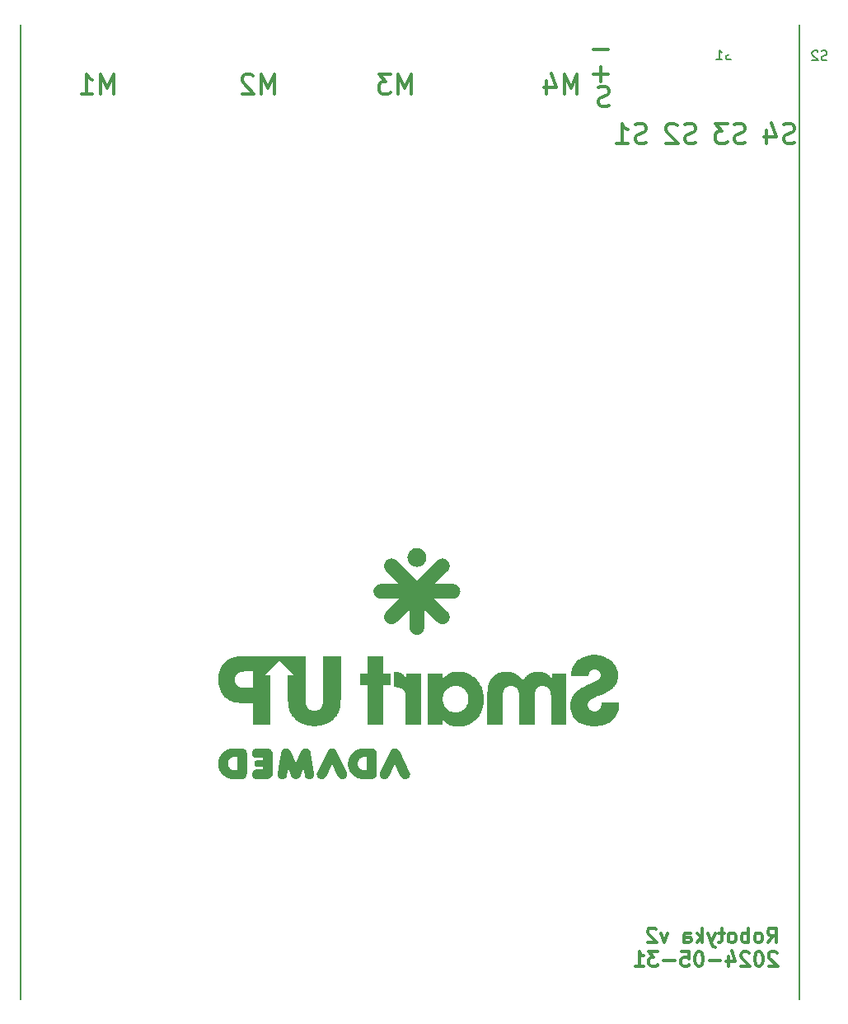
<source format=gbr>
%TF.GenerationSoftware,KiCad,Pcbnew,7.0.2-0*%
%TF.CreationDate,2024-05-31T06:07:32-07:00*%
%TF.ProjectId,version_1,76657273-696f-46e5-9f31-2e6b69636164,rev?*%
%TF.SameCoordinates,Original*%
%TF.FileFunction,Legend,Bot*%
%TF.FilePolarity,Positive*%
%FSLAX46Y46*%
G04 Gerber Fmt 4.6, Leading zero omitted, Abs format (unit mm)*
G04 Created by KiCad (PCBNEW 7.0.2-0) date 2024-05-31 06:07:32*
%MOMM*%
%LPD*%
G01*
G04 APERTURE LIST*
%ADD10C,0.000000*%
%ADD11C,0.150000*%
%ADD12C,0.300000*%
%ADD13R,1.700000X1.700000*%
%ADD14O,1.700000X1.700000*%
%ADD15C,1.600000*%
%ADD16C,0.770000*%
%ADD17C,3.200000*%
%ADD18O,1.800000X1.800000*%
%ADD19O,1.500000X1.500000*%
%ADD20C,2.500000*%
%ADD21C,1.800000*%
G04 APERTURE END LIST*
D10*
G36*
X66043164Y-94282544D02*
G01*
X66094337Y-94287356D01*
X66144931Y-94295593D01*
X66194530Y-94307433D01*
X66218826Y-94314760D01*
X66242716Y-94323055D01*
X66266149Y-94332339D01*
X66289072Y-94342635D01*
X66311434Y-94353966D01*
X66333181Y-94366353D01*
X66354263Y-94379818D01*
X66374626Y-94394385D01*
X66394218Y-94410074D01*
X66412988Y-94426909D01*
X66430883Y-94444911D01*
X66447852Y-94464104D01*
X66463841Y-94484508D01*
X66478798Y-94506147D01*
X66492673Y-94529042D01*
X66505412Y-94553216D01*
X66516963Y-94578691D01*
X66527274Y-94605489D01*
X66536293Y-94633632D01*
X66543967Y-94663144D01*
X66550246Y-94694045D01*
X66555075Y-94726358D01*
X66558404Y-94760106D01*
X66560180Y-94795310D01*
X66560180Y-96861937D01*
X66559563Y-96898235D01*
X66557709Y-96933226D01*
X66554620Y-96966920D01*
X66550295Y-96999329D01*
X66544733Y-97030463D01*
X66537934Y-97060332D01*
X66529898Y-97088948D01*
X66520624Y-97116321D01*
X66510113Y-97142462D01*
X66498364Y-97167382D01*
X66485376Y-97191091D01*
X66471150Y-97213600D01*
X66455685Y-97234920D01*
X66438981Y-97255061D01*
X66421037Y-97274035D01*
X66401854Y-97291851D01*
X66381430Y-97308522D01*
X66359766Y-97324056D01*
X66336861Y-97338466D01*
X66312715Y-97351762D01*
X66287328Y-97363954D01*
X66260699Y-97375053D01*
X66232829Y-97385071D01*
X66203716Y-97394017D01*
X66173361Y-97401902D01*
X66141763Y-97408738D01*
X66074837Y-97419303D01*
X66002936Y-97425797D01*
X65926059Y-97428306D01*
X65244087Y-97426911D01*
X65162060Y-97425095D01*
X65080962Y-97419525D01*
X65000898Y-97410277D01*
X64921977Y-97397430D01*
X64844303Y-97381059D01*
X64767984Y-97361241D01*
X64693126Y-97338055D01*
X64619836Y-97311577D01*
X64548220Y-97281884D01*
X64478385Y-97249054D01*
X64410438Y-97213162D01*
X64344484Y-97174287D01*
X64280631Y-97132505D01*
X64218985Y-97087894D01*
X64159652Y-97040531D01*
X64102739Y-96990492D01*
X64048353Y-96937855D01*
X63996600Y-96882697D01*
X63947587Y-96825095D01*
X63901420Y-96765126D01*
X63858206Y-96702867D01*
X63818051Y-96638395D01*
X63781062Y-96571787D01*
X63747345Y-96503121D01*
X63717007Y-96432473D01*
X63690155Y-96359921D01*
X63666894Y-96285541D01*
X63647332Y-96209411D01*
X63631576Y-96131607D01*
X63619730Y-96052208D01*
X63611903Y-95971289D01*
X63608201Y-95888929D01*
X63610425Y-95804409D01*
X64611829Y-95804409D01*
X64614196Y-95861933D01*
X64621319Y-95920696D01*
X64633224Y-95980048D01*
X64649942Y-96039341D01*
X64671501Y-96097925D01*
X64684105Y-96126748D01*
X64697930Y-96155151D01*
X64712980Y-96183052D01*
X64729257Y-96210370D01*
X64746767Y-96237023D01*
X64765513Y-96262932D01*
X64785497Y-96288014D01*
X64806724Y-96312189D01*
X64829197Y-96335375D01*
X64852921Y-96357491D01*
X64877897Y-96378456D01*
X64904131Y-96398188D01*
X64931626Y-96416608D01*
X64960385Y-96433633D01*
X64990411Y-96449182D01*
X65021710Y-96463175D01*
X65054283Y-96475530D01*
X65088135Y-96486165D01*
X65123269Y-96495001D01*
X65159690Y-96501955D01*
X65197400Y-96506946D01*
X65236403Y-96509894D01*
X65545607Y-96509894D01*
X65545607Y-95169589D01*
X65246765Y-95169589D01*
X65207720Y-95171434D01*
X65169971Y-95175050D01*
X65133513Y-95180377D01*
X65098338Y-95187354D01*
X65064443Y-95195920D01*
X65031820Y-95206013D01*
X65000465Y-95217572D01*
X64970372Y-95230536D01*
X64941534Y-95244845D01*
X64913947Y-95260437D01*
X64887604Y-95277250D01*
X64862500Y-95295225D01*
X64838629Y-95314299D01*
X64815986Y-95334412D01*
X64794565Y-95355502D01*
X64774360Y-95377509D01*
X64755365Y-95400372D01*
X64737575Y-95424028D01*
X64720984Y-95448418D01*
X64705587Y-95473480D01*
X64691377Y-95499153D01*
X64678349Y-95525376D01*
X64655817Y-95579227D01*
X64637944Y-95634545D01*
X64624685Y-95690840D01*
X64615995Y-95747625D01*
X64611829Y-95804409D01*
X63610425Y-95804409D01*
X63611905Y-95748153D01*
X63628616Y-95605787D01*
X63658349Y-95463321D01*
X63701122Y-95322248D01*
X63727403Y-95252699D01*
X63756950Y-95184058D01*
X63789765Y-95116511D01*
X63825849Y-95050245D01*
X63865206Y-94985445D01*
X63907836Y-94922299D01*
X63953743Y-94860993D01*
X64002927Y-94801713D01*
X64055391Y-94744645D01*
X64111138Y-94689978D01*
X64170168Y-94637895D01*
X64232485Y-94588586D01*
X64298090Y-94542234D01*
X64366984Y-94499028D01*
X64439171Y-94459154D01*
X64514653Y-94422798D01*
X64593430Y-94390147D01*
X64675506Y-94361386D01*
X64760881Y-94336703D01*
X64849560Y-94316284D01*
X64941542Y-94300316D01*
X65036831Y-94288985D01*
X65135428Y-94282477D01*
X65237335Y-94280979D01*
X65991831Y-94280979D01*
X66043164Y-94282544D01*
G37*
G36*
X62000240Y-94280719D02*
G01*
X62018970Y-94282041D01*
X62037683Y-94284038D01*
X62056366Y-94286729D01*
X62075005Y-94290136D01*
X62093586Y-94294278D01*
X62112096Y-94299175D01*
X62130521Y-94304849D01*
X62131922Y-94304849D01*
X62132010Y-94304907D01*
X62132097Y-94304964D01*
X62132184Y-94305023D01*
X62132268Y-94305081D01*
X62155578Y-94313334D01*
X62178456Y-94322671D01*
X62200857Y-94333080D01*
X62222735Y-94344544D01*
X62244043Y-94357050D01*
X62264736Y-94370584D01*
X62284766Y-94385130D01*
X62304088Y-94400674D01*
X62322656Y-94417202D01*
X62340422Y-94434699D01*
X62357342Y-94453150D01*
X62373369Y-94472542D01*
X62388456Y-94492860D01*
X62402558Y-94514088D01*
X62415628Y-94536213D01*
X62427620Y-94559220D01*
X63483752Y-96729808D01*
X63494204Y-96752737D01*
X63503350Y-96775919D01*
X63511204Y-96799314D01*
X63517783Y-96822878D01*
X63523102Y-96846570D01*
X63527176Y-96870348D01*
X63530020Y-96894171D01*
X63531650Y-96917996D01*
X63532082Y-96941782D01*
X63531331Y-96965486D01*
X63529413Y-96989068D01*
X63526342Y-97012484D01*
X63522134Y-97035694D01*
X63516805Y-97058655D01*
X63510370Y-97081325D01*
X63502845Y-97103664D01*
X63494244Y-97125628D01*
X63484584Y-97147176D01*
X63473880Y-97168267D01*
X63462147Y-97188857D01*
X63449400Y-97208907D01*
X63435656Y-97228373D01*
X63420930Y-97247213D01*
X63405236Y-97265387D01*
X63388591Y-97282852D01*
X63371009Y-97299566D01*
X63352507Y-97315487D01*
X63333100Y-97330574D01*
X63312802Y-97344785D01*
X63291631Y-97358077D01*
X63269600Y-97370410D01*
X63246726Y-97381741D01*
X63223294Y-97391946D01*
X63199607Y-97400873D01*
X63175707Y-97408537D01*
X63151638Y-97414955D01*
X63127441Y-97420140D01*
X63103159Y-97424109D01*
X63078835Y-97426875D01*
X63054510Y-97428455D01*
X63030228Y-97428864D01*
X63006031Y-97428116D01*
X62981961Y-97426227D01*
X62958061Y-97423211D01*
X62934374Y-97419085D01*
X62910942Y-97413863D01*
X62887806Y-97407560D01*
X62865011Y-97400191D01*
X62842598Y-97391772D01*
X62820610Y-97382318D01*
X62799089Y-97371843D01*
X62778078Y-97360363D01*
X62757619Y-97347894D01*
X62737755Y-97334449D01*
X62718528Y-97320045D01*
X62699981Y-97304697D01*
X62682156Y-97288419D01*
X62665096Y-97271227D01*
X62648843Y-97253136D01*
X62633440Y-97234160D01*
X62618929Y-97214316D01*
X62605352Y-97193618D01*
X62592753Y-97172082D01*
X62581173Y-97149722D01*
X61970567Y-95895797D01*
X61346925Y-97152983D01*
X61335163Y-97175231D01*
X61322390Y-97196651D01*
X61308646Y-97217227D01*
X61293976Y-97236945D01*
X61278421Y-97255789D01*
X61262025Y-97273746D01*
X61244829Y-97290800D01*
X61226876Y-97306936D01*
X61208210Y-97322140D01*
X61188871Y-97336397D01*
X61168904Y-97349691D01*
X61148350Y-97362008D01*
X61127252Y-97373334D01*
X61105653Y-97383653D01*
X61083594Y-97392950D01*
X61061120Y-97401211D01*
X61038271Y-97408421D01*
X61015092Y-97414565D01*
X60991623Y-97419628D01*
X60967909Y-97423596D01*
X60943991Y-97426453D01*
X60919911Y-97428184D01*
X60895714Y-97428776D01*
X60871440Y-97428212D01*
X60847133Y-97426479D01*
X60822835Y-97423561D01*
X60798589Y-97419443D01*
X60774437Y-97414111D01*
X60750421Y-97407550D01*
X60726585Y-97399745D01*
X60702971Y-97390681D01*
X60679622Y-97380344D01*
X60656850Y-97368830D01*
X60634930Y-97356319D01*
X60613876Y-97342854D01*
X60593703Y-97328476D01*
X60574426Y-97313228D01*
X60556061Y-97297151D01*
X60538622Y-97280288D01*
X60522124Y-97262682D01*
X60506582Y-97244373D01*
X60492011Y-97225405D01*
X60478427Y-97205819D01*
X60465843Y-97185658D01*
X60454276Y-97164963D01*
X60443740Y-97143777D01*
X60434250Y-97122141D01*
X60425821Y-97100099D01*
X60418468Y-97077691D01*
X60412206Y-97054961D01*
X60407050Y-97031950D01*
X60403015Y-97008701D01*
X60400116Y-96985255D01*
X60398368Y-96961655D01*
X60397786Y-96937942D01*
X60398385Y-96914160D01*
X60400180Y-96890350D01*
X60403186Y-96866553D01*
X60407418Y-96842813D01*
X60412890Y-96819172D01*
X60419619Y-96795670D01*
X60427619Y-96772352D01*
X60436904Y-96749258D01*
X60447490Y-96726431D01*
X61523996Y-94556076D01*
X61535705Y-94533855D01*
X61548410Y-94512475D01*
X61562069Y-94491946D01*
X61576642Y-94472283D01*
X61592087Y-94453498D01*
X61608364Y-94435603D01*
X61625431Y-94418612D01*
X61643248Y-94402537D01*
X61661772Y-94387391D01*
X61680963Y-94373186D01*
X61700780Y-94359937D01*
X61721182Y-94347655D01*
X61742128Y-94336353D01*
X61763576Y-94326045D01*
X61785485Y-94316742D01*
X61807815Y-94308457D01*
X61808748Y-94308223D01*
X61814919Y-94306247D01*
X61834577Y-94300073D01*
X61854332Y-94294737D01*
X61874160Y-94290232D01*
X61894038Y-94286556D01*
X61913944Y-94283703D01*
X61933854Y-94281671D01*
X61953745Y-94280455D01*
X61973594Y-94280050D01*
X61981507Y-94280050D01*
X62000240Y-94280719D01*
G37*
G36*
X71111605Y-86565935D02*
G01*
X71111602Y-86565935D01*
X71111602Y-86565933D01*
X71111605Y-86565935D01*
G37*
G36*
X88991193Y-84671590D02*
G01*
X89102589Y-84678172D01*
X89214091Y-84689099D01*
X89325447Y-84704340D01*
X89436400Y-84723861D01*
X89546696Y-84747628D01*
X89656079Y-84775609D01*
X89764296Y-84807769D01*
X89871090Y-84844075D01*
X89976208Y-84884495D01*
X90079393Y-84928994D01*
X90180392Y-84977539D01*
X90278949Y-85030097D01*
X90374809Y-85086634D01*
X90467718Y-85147117D01*
X90557420Y-85211513D01*
X90643661Y-85279789D01*
X90726185Y-85351910D01*
X90804738Y-85427843D01*
X90879065Y-85507556D01*
X90948911Y-85591015D01*
X91014020Y-85678185D01*
X91074139Y-85769035D01*
X91129011Y-85863531D01*
X91178383Y-85961638D01*
X91221999Y-86063325D01*
X91259604Y-86168556D01*
X91290943Y-86277300D01*
X91315762Y-86389523D01*
X91333806Y-86505191D01*
X91344819Y-86624270D01*
X91348546Y-86746729D01*
X91345004Y-86868518D01*
X91334618Y-86985549D01*
X91317746Y-87097918D01*
X91294749Y-87205723D01*
X91265986Y-87309062D01*
X91231816Y-87408032D01*
X91192599Y-87502730D01*
X91148695Y-87593254D01*
X91100463Y-87679703D01*
X91048262Y-87762172D01*
X90992451Y-87840761D01*
X90933391Y-87915566D01*
X90871441Y-87986685D01*
X90806960Y-88054215D01*
X90740308Y-88118255D01*
X90671845Y-88178902D01*
X90530920Y-88290405D01*
X90387062Y-88389506D01*
X90243147Y-88476986D01*
X90102050Y-88553624D01*
X89966648Y-88620201D01*
X89839817Y-88677498D01*
X89623368Y-88767374D01*
X89252118Y-88924190D01*
X89092485Y-88993091D01*
X88949211Y-89057009D01*
X88821571Y-89116963D01*
X88708839Y-89173968D01*
X88657836Y-89201683D01*
X88610288Y-89229042D01*
X88566104Y-89256172D01*
X88525193Y-89283201D01*
X88487465Y-89310255D01*
X88452829Y-89337463D01*
X88421193Y-89364950D01*
X88392468Y-89392843D01*
X88366562Y-89421271D01*
X88343385Y-89450360D01*
X88322846Y-89480238D01*
X88304854Y-89511030D01*
X88289319Y-89542865D01*
X88276149Y-89575870D01*
X88265255Y-89610172D01*
X88256545Y-89645897D01*
X88249928Y-89683173D01*
X88245314Y-89722127D01*
X88242613Y-89762887D01*
X88241732Y-89805578D01*
X88242483Y-89836044D01*
X88244725Y-89866604D01*
X88248443Y-89897188D01*
X88253620Y-89927728D01*
X88260242Y-89958152D01*
X88268292Y-89988393D01*
X88277756Y-90018379D01*
X88288617Y-90048042D01*
X88300860Y-90077312D01*
X88314469Y-90106119D01*
X88329429Y-90134394D01*
X88345724Y-90162068D01*
X88363338Y-90189069D01*
X88382255Y-90215330D01*
X88402461Y-90240780D01*
X88423939Y-90265349D01*
X88446674Y-90288969D01*
X88470650Y-90311569D01*
X88495852Y-90333081D01*
X88522264Y-90353433D01*
X88549870Y-90372558D01*
X88578654Y-90390384D01*
X88608602Y-90406843D01*
X88639697Y-90421865D01*
X88671924Y-90435381D01*
X88705267Y-90447320D01*
X88739711Y-90457613D01*
X88775240Y-90466191D01*
X88811838Y-90472984D01*
X88849489Y-90477922D01*
X88888179Y-90480936D01*
X88927891Y-90481956D01*
X88973830Y-90480157D01*
X89025100Y-90474237D01*
X89080555Y-90463413D01*
X89139052Y-90446900D01*
X89199446Y-90423916D01*
X89260592Y-90393675D01*
X89321346Y-90355395D01*
X89351219Y-90332996D01*
X89380564Y-90308292D01*
X89409240Y-90281187D01*
X89437102Y-90251582D01*
X89464007Y-90219379D01*
X89489814Y-90184481D01*
X89514377Y-90146789D01*
X89537556Y-90106205D01*
X89559206Y-90062631D01*
X89579184Y-90015971D01*
X89597348Y-89966124D01*
X89613554Y-89912994D01*
X89627659Y-89856483D01*
X89639520Y-89796492D01*
X89648995Y-89732923D01*
X89655940Y-89665680D01*
X89660211Y-89594662D01*
X89661667Y-89519774D01*
X91452852Y-89519774D01*
X91452852Y-89748882D01*
X91446684Y-89923209D01*
X91427175Y-90104999D01*
X91392818Y-90291669D01*
X91342104Y-90480637D01*
X91273527Y-90669324D01*
X91185579Y-90855147D01*
X91133869Y-90946177D01*
X91076752Y-91035524D01*
X91014038Y-91122864D01*
X90945539Y-91207874D01*
X90871066Y-91290232D01*
X90790432Y-91369616D01*
X90703448Y-91445702D01*
X90609925Y-91518167D01*
X90509674Y-91586690D01*
X90402509Y-91650948D01*
X90288239Y-91710617D01*
X90166676Y-91765375D01*
X90037633Y-91814899D01*
X89900920Y-91858868D01*
X89756350Y-91896957D01*
X89603733Y-91928844D01*
X89442882Y-91954207D01*
X89273608Y-91972723D01*
X89095722Y-91984069D01*
X88909036Y-91987923D01*
X88737629Y-91984639D01*
X88573578Y-91974939D01*
X88416759Y-91959049D01*
X88267045Y-91937196D01*
X88124311Y-91909607D01*
X87988432Y-91876508D01*
X87859281Y-91838127D01*
X87736733Y-91794690D01*
X87620663Y-91746423D01*
X87510944Y-91693555D01*
X87407452Y-91636310D01*
X87310061Y-91574917D01*
X87218645Y-91509602D01*
X87133078Y-91440591D01*
X87053236Y-91368112D01*
X86978991Y-91292392D01*
X86910220Y-91213656D01*
X86846795Y-91132132D01*
X86788592Y-91048046D01*
X86735485Y-90961626D01*
X86687348Y-90873098D01*
X86644056Y-90782689D01*
X86605483Y-90690625D01*
X86571504Y-90597134D01*
X86541993Y-90502441D01*
X86516824Y-90406775D01*
X86479010Y-90213427D01*
X86457059Y-90018904D01*
X86449965Y-89825020D01*
X86454035Y-89673703D01*
X86466876Y-89527036D01*
X86489436Y-89384740D01*
X86522666Y-89246533D01*
X86567513Y-89112136D01*
X86594589Y-89046278D01*
X86624925Y-88981268D01*
X86658640Y-88917070D01*
X86695853Y-88853649D01*
X86736681Y-88790971D01*
X86781243Y-88729000D01*
X86829659Y-88667701D01*
X86882046Y-88607039D01*
X86938524Y-88546980D01*
X86999210Y-88487488D01*
X87064223Y-88428528D01*
X87133683Y-88370065D01*
X87286413Y-88254490D01*
X87458351Y-88140483D01*
X87650444Y-88027765D01*
X87863641Y-87916054D01*
X88098890Y-87805072D01*
X88525324Y-87611722D01*
X88703946Y-87529132D01*
X88861233Y-87454331D01*
X88998484Y-87386120D01*
X89060001Y-87354112D01*
X89116995Y-87323300D01*
X89169629Y-87293537D01*
X89218064Y-87264671D01*
X89262463Y-87236553D01*
X89302987Y-87209033D01*
X89339799Y-87181960D01*
X89373061Y-87155186D01*
X89402935Y-87128559D01*
X89429584Y-87101930D01*
X89453169Y-87075150D01*
X89473852Y-87048067D01*
X89491796Y-87020532D01*
X89507163Y-86992395D01*
X89520115Y-86963507D01*
X89530814Y-86933716D01*
X89539422Y-86902874D01*
X89546101Y-86870830D01*
X89551014Y-86837434D01*
X89554323Y-86802537D01*
X89556189Y-86765988D01*
X89556775Y-86727637D01*
X89555890Y-86696697D01*
X89553271Y-86666450D01*
X89548973Y-86636913D01*
X89543050Y-86608108D01*
X89535555Y-86580051D01*
X89526543Y-86552763D01*
X89516069Y-86526262D01*
X89504185Y-86500567D01*
X89490948Y-86475698D01*
X89476409Y-86451673D01*
X89460625Y-86428512D01*
X89443648Y-86406233D01*
X89425534Y-86384855D01*
X89406336Y-86364398D01*
X89386109Y-86344880D01*
X89364906Y-86326321D01*
X89342781Y-86308739D01*
X89319790Y-86292154D01*
X89295986Y-86276584D01*
X89271423Y-86262049D01*
X89246156Y-86248567D01*
X89220238Y-86236158D01*
X89166668Y-86214633D01*
X89111146Y-86197627D01*
X89054106Y-86185292D01*
X89025152Y-86180923D01*
X88995981Y-86177779D01*
X88966647Y-86175879D01*
X88937204Y-86175241D01*
X88886832Y-86176533D01*
X88839275Y-86180330D01*
X88794446Y-86186510D01*
X88752257Y-86194954D01*
X88712623Y-86205541D01*
X88675455Y-86218150D01*
X88640667Y-86232660D01*
X88608171Y-86248952D01*
X88577879Y-86266905D01*
X88549706Y-86286398D01*
X88523563Y-86307311D01*
X88499364Y-86329523D01*
X88477020Y-86352915D01*
X88456446Y-86377364D01*
X88437554Y-86402751D01*
X88420257Y-86428955D01*
X88404467Y-86455857D01*
X88390097Y-86483334D01*
X88365270Y-86539536D01*
X88345078Y-86596597D01*
X88328823Y-86653554D01*
X88315809Y-86709441D01*
X88305337Y-86763295D01*
X88289231Y-86861050D01*
X88289231Y-86861052D01*
X86507125Y-86861052D01*
X86515552Y-86707611D01*
X86529318Y-86547420D01*
X86539598Y-86464936D01*
X86552887Y-86380935D01*
X86569743Y-86295474D01*
X86590725Y-86208610D01*
X86616391Y-86120399D01*
X86647298Y-86030898D01*
X86684005Y-85940164D01*
X86727070Y-85848254D01*
X86777051Y-85755225D01*
X86834506Y-85661133D01*
X86899994Y-85566035D01*
X86974073Y-85469988D01*
X87063252Y-85371537D01*
X87158835Y-85279729D01*
X87260305Y-85194523D01*
X87367145Y-85115879D01*
X87478839Y-85043756D01*
X87594871Y-84978116D01*
X87714724Y-84918917D01*
X87837882Y-84866119D01*
X87963829Y-84819683D01*
X88092048Y-84779569D01*
X88222022Y-84745736D01*
X88353237Y-84718144D01*
X88485174Y-84696754D01*
X88617318Y-84681525D01*
X88749152Y-84672416D01*
X88880160Y-84669389D01*
X88991193Y-84671590D01*
G37*
G36*
X83180995Y-86386649D02*
G01*
X83268319Y-86391078D01*
X83352001Y-86398275D01*
X83432119Y-86408086D01*
X83508751Y-86420362D01*
X83581976Y-86434948D01*
X83651874Y-86451695D01*
X83718521Y-86470449D01*
X83781998Y-86491059D01*
X83842382Y-86513373D01*
X83899753Y-86537239D01*
X83954190Y-86562505D01*
X84005769Y-86589020D01*
X84054572Y-86616631D01*
X84100675Y-86645187D01*
X84144158Y-86674536D01*
X84185100Y-86704526D01*
X84223578Y-86735004D01*
X84259672Y-86765820D01*
X84293461Y-86796821D01*
X84354436Y-86858770D01*
X84407132Y-86919639D01*
X84452179Y-86978210D01*
X84490206Y-87033270D01*
X84521842Y-87083603D01*
X84547717Y-87127994D01*
X84566811Y-87127994D01*
X84566811Y-86565935D01*
X86043785Y-86565935D01*
X86043782Y-86565938D01*
X86043782Y-91854747D01*
X84462264Y-91854747D01*
X84462264Y-89043168D01*
X84460514Y-88902689D01*
X84456357Y-88818474D01*
X84448263Y-88727679D01*
X84434918Y-88632355D01*
X84415011Y-88534555D01*
X84402186Y-88485368D01*
X84387228Y-88436330D01*
X84369973Y-88387700D01*
X84350256Y-88339733D01*
X84327915Y-88292686D01*
X84302784Y-88246815D01*
X84274701Y-88202377D01*
X84243499Y-88159629D01*
X84209016Y-88118826D01*
X84171088Y-88080226D01*
X84129550Y-88044085D01*
X84084239Y-88010659D01*
X84034989Y-87980204D01*
X83981638Y-87952979D01*
X83924021Y-87929238D01*
X83861974Y-87909238D01*
X83795333Y-87893236D01*
X83723933Y-87881489D01*
X83647612Y-87874252D01*
X83566204Y-87871783D01*
X83494379Y-87874140D01*
X83427041Y-87881048D01*
X83364045Y-87892258D01*
X83305248Y-87907523D01*
X83250505Y-87926595D01*
X83199669Y-87949227D01*
X83152598Y-87975172D01*
X83109145Y-88004183D01*
X83069167Y-88036011D01*
X83032519Y-88070409D01*
X82999055Y-88107130D01*
X82968631Y-88145926D01*
X82941102Y-88186550D01*
X82916324Y-88228754D01*
X82894151Y-88272292D01*
X82874440Y-88316915D01*
X82857044Y-88362376D01*
X82841820Y-88408427D01*
X82817307Y-88501311D01*
X82799743Y-88593589D01*
X82787969Y-88683279D01*
X82780828Y-88768402D01*
X82777160Y-88846979D01*
X82775616Y-88976575D01*
X82775616Y-91854744D01*
X81193632Y-91854744D01*
X81193632Y-88967378D01*
X81191919Y-88835571D01*
X81187853Y-88756682D01*
X81179933Y-88671688D01*
X81166876Y-88582501D01*
X81147398Y-88491034D01*
X81134850Y-88445043D01*
X81120214Y-88399199D01*
X81103331Y-88353742D01*
X81084040Y-88308910D01*
X81062181Y-88264943D01*
X81037593Y-88222080D01*
X81010114Y-88180559D01*
X80979586Y-88140620D01*
X80945847Y-88102503D01*
X80908737Y-88066445D01*
X80868095Y-88032687D01*
X80823761Y-88001467D01*
X80775574Y-87973024D01*
X80723373Y-87947598D01*
X80666999Y-87925428D01*
X80606290Y-87906753D01*
X80541087Y-87891811D01*
X80471228Y-87880842D01*
X80396552Y-87874086D01*
X80316901Y-87871781D01*
X80243309Y-87873925D01*
X80174315Y-87880229D01*
X80109771Y-87890499D01*
X80049528Y-87904542D01*
X79993438Y-87922163D01*
X79941352Y-87943170D01*
X79893123Y-87967368D01*
X79848602Y-87994564D01*
X79807641Y-88024564D01*
X79770091Y-88057175D01*
X79735804Y-88092202D01*
X79704632Y-88129453D01*
X79676426Y-88168734D01*
X79651039Y-88209851D01*
X79628321Y-88252610D01*
X79608125Y-88296818D01*
X79590301Y-88342281D01*
X79574703Y-88388805D01*
X79549587Y-88484264D01*
X79531591Y-88581645D01*
X79519528Y-88679399D01*
X79512210Y-88775978D01*
X79508453Y-88869831D01*
X79506871Y-89043166D01*
X79506871Y-91854744D01*
X77924771Y-91854744D01*
X77924771Y-88967378D01*
X77925748Y-88757055D01*
X77929015Y-88564476D01*
X77935074Y-88388188D01*
X77944427Y-88226739D01*
X77957577Y-88078678D01*
X77975026Y-87942552D01*
X77997277Y-87816910D01*
X78010359Y-87757566D01*
X78024831Y-87700299D01*
X78040754Y-87644927D01*
X78058192Y-87591268D01*
X78077206Y-87539142D01*
X78097861Y-87488366D01*
X78120219Y-87438758D01*
X78144342Y-87390139D01*
X78170293Y-87342325D01*
X78198135Y-87295136D01*
X78227932Y-87248390D01*
X78259745Y-87201905D01*
X78329673Y-87108995D01*
X78408421Y-87014953D01*
X78496493Y-86918327D01*
X78537205Y-86877395D01*
X78578793Y-86838536D01*
X78621187Y-86801699D01*
X78664318Y-86766834D01*
X78752509Y-86702817D01*
X78842811Y-86646079D01*
X78934665Y-86596212D01*
X79027514Y-86552813D01*
X79120802Y-86515473D01*
X79213970Y-86483788D01*
X79306461Y-86457351D01*
X79397718Y-86435757D01*
X79487184Y-86418598D01*
X79574301Y-86405470D01*
X79658513Y-86395966D01*
X79739261Y-86389680D01*
X79815989Y-86386207D01*
X79888139Y-86385139D01*
X79963247Y-86386384D01*
X80036806Y-86390076D01*
X80108825Y-86396153D01*
X80179312Y-86404553D01*
X80248276Y-86415212D01*
X80315724Y-86428068D01*
X80381665Y-86443058D01*
X80446108Y-86460121D01*
X80509061Y-86479192D01*
X80570532Y-86500209D01*
X80630530Y-86523111D01*
X80689064Y-86547833D01*
X80746141Y-86574314D01*
X80801771Y-86602491D01*
X80855961Y-86632300D01*
X80908720Y-86663681D01*
X80960057Y-86696569D01*
X81009979Y-86730902D01*
X81058496Y-86766618D01*
X81105615Y-86803654D01*
X81195695Y-86881434D01*
X81280287Y-86963742D01*
X81359459Y-87050077D01*
X81433276Y-87139938D01*
X81501808Y-87232822D01*
X81565121Y-87328229D01*
X81605043Y-87256776D01*
X81646180Y-87188869D01*
X81688460Y-87124426D01*
X81731811Y-87063362D01*
X81776163Y-87005594D01*
X81821443Y-86951037D01*
X81867580Y-86899608D01*
X81914502Y-86851223D01*
X81962137Y-86805798D01*
X82010415Y-86763250D01*
X82059262Y-86723494D01*
X82108609Y-86686446D01*
X82158382Y-86652023D01*
X82208511Y-86620141D01*
X82309548Y-86563663D01*
X82411147Y-86516343D01*
X82512736Y-86477508D01*
X82613740Y-86446489D01*
X82713588Y-86422614D01*
X82811705Y-86405212D01*
X82907520Y-86393613D01*
X83000459Y-86387146D01*
X83089949Y-86385139D01*
X83180995Y-86386649D01*
G37*
G36*
X68448832Y-94280719D02*
G01*
X68467531Y-94282041D01*
X68486168Y-94284038D01*
X68504754Y-94286729D01*
X68523302Y-94290136D01*
X68541824Y-94294278D01*
X68560332Y-94299175D01*
X68578840Y-94304849D01*
X68580121Y-94304849D01*
X68581288Y-94305081D01*
X68604514Y-94313334D01*
X68627316Y-94322671D01*
X68649647Y-94333080D01*
X68671462Y-94344544D01*
X68692712Y-94357050D01*
X68713351Y-94370584D01*
X68733333Y-94385130D01*
X68752610Y-94400674D01*
X68771134Y-94417202D01*
X68788861Y-94434699D01*
X68805742Y-94453150D01*
X68821730Y-94472542D01*
X68836779Y-94492860D01*
X68850842Y-94514088D01*
X68863872Y-94536213D01*
X68875821Y-94559220D01*
X69932421Y-96729808D01*
X69942842Y-96752737D01*
X69951959Y-96775919D01*
X69959789Y-96799314D01*
X69966346Y-96822878D01*
X69971645Y-96846570D01*
X69975703Y-96870348D01*
X69978534Y-96894171D01*
X69980154Y-96917996D01*
X69980577Y-96941782D01*
X69979820Y-96965486D01*
X69977897Y-96989068D01*
X69974824Y-97012484D01*
X69970616Y-97035694D01*
X69965289Y-97058655D01*
X69958857Y-97081325D01*
X69951337Y-97103664D01*
X69942742Y-97125628D01*
X69933090Y-97147176D01*
X69922394Y-97168267D01*
X69910670Y-97188857D01*
X69897934Y-97208907D01*
X69884201Y-97228373D01*
X69869486Y-97247213D01*
X69853805Y-97265387D01*
X69837172Y-97282852D01*
X69819603Y-97299566D01*
X69801114Y-97315487D01*
X69781719Y-97330574D01*
X69761435Y-97344785D01*
X69740275Y-97358077D01*
X69718256Y-97370410D01*
X69695393Y-97381741D01*
X69671960Y-97391946D01*
X69648270Y-97400873D01*
X69624366Y-97408537D01*
X69600290Y-97414955D01*
X69576085Y-97420140D01*
X69551794Y-97424109D01*
X69527458Y-97426875D01*
X69503122Y-97428455D01*
X69478826Y-97428864D01*
X69454614Y-97428116D01*
X69430529Y-97426227D01*
X69406613Y-97423211D01*
X69382908Y-97419085D01*
X69359458Y-97413863D01*
X69336304Y-97407560D01*
X69313490Y-97400191D01*
X69291058Y-97391772D01*
X69269050Y-97382318D01*
X69247509Y-97371843D01*
X69226479Y-97360363D01*
X69206000Y-97347894D01*
X69186117Y-97334449D01*
X69166871Y-97320045D01*
X69148305Y-97304697D01*
X69130462Y-97288419D01*
X69113384Y-97271227D01*
X69097115Y-97253136D01*
X69081695Y-97234160D01*
X69067169Y-97214316D01*
X69053578Y-97193618D01*
X69040966Y-97172082D01*
X69029375Y-97149722D01*
X68419238Y-95895797D01*
X68419231Y-95895797D01*
X67796054Y-97152983D01*
X67784271Y-97175231D01*
X67771478Y-97196651D01*
X67757716Y-97217227D01*
X67743028Y-97236945D01*
X67727457Y-97255789D01*
X67711044Y-97273746D01*
X67693832Y-97290800D01*
X67675864Y-97306936D01*
X67657182Y-97322140D01*
X67637829Y-97336397D01*
X67617846Y-97349691D01*
X67597276Y-97362008D01*
X67576162Y-97373334D01*
X67554546Y-97383653D01*
X67532470Y-97392950D01*
X67509977Y-97401211D01*
X67487109Y-97408421D01*
X67463908Y-97414565D01*
X67440418Y-97419628D01*
X67416680Y-97423596D01*
X67392737Y-97426453D01*
X67368630Y-97428184D01*
X67344404Y-97428776D01*
X67320099Y-97428212D01*
X67295759Y-97426479D01*
X67271426Y-97423561D01*
X67247141Y-97419443D01*
X67222948Y-97414111D01*
X67198890Y-97407550D01*
X67175007Y-97399745D01*
X67151343Y-97390681D01*
X67127941Y-97380344D01*
X67105210Y-97368830D01*
X67083327Y-97356319D01*
X67062305Y-97342854D01*
X67042161Y-97328476D01*
X67022909Y-97313228D01*
X67004564Y-97297151D01*
X66987143Y-97280288D01*
X66970660Y-97262682D01*
X66955130Y-97244373D01*
X66940569Y-97225405D01*
X66926992Y-97205819D01*
X66914415Y-97185658D01*
X66902851Y-97164963D01*
X66892317Y-97143777D01*
X66882828Y-97122141D01*
X66874400Y-97100099D01*
X66867046Y-97077691D01*
X66860784Y-97054961D01*
X66855627Y-97031950D01*
X66851591Y-97008701D01*
X66848691Y-96985255D01*
X66846943Y-96961655D01*
X66846362Y-96937942D01*
X66846963Y-96914160D01*
X66848762Y-96890350D01*
X66851773Y-96866553D01*
X66856011Y-96842813D01*
X66861493Y-96819172D01*
X66868233Y-96795670D01*
X66876246Y-96772352D01*
X66885549Y-96749258D01*
X66896155Y-96726431D01*
X67972195Y-94556076D01*
X67983946Y-94533855D01*
X67996690Y-94512475D01*
X68010385Y-94491946D01*
X68024989Y-94472283D01*
X68040460Y-94453498D01*
X68056758Y-94435603D01*
X68073840Y-94418612D01*
X68091665Y-94402537D01*
X68110192Y-94387391D01*
X68129378Y-94373186D01*
X68149182Y-94359937D01*
X68169562Y-94347655D01*
X68190478Y-94336353D01*
X68211886Y-94326045D01*
X68233746Y-94316742D01*
X68256016Y-94308457D01*
X68257415Y-94308223D01*
X68263469Y-94306247D01*
X68283084Y-94300073D01*
X68302801Y-94294737D01*
X68322603Y-94290232D01*
X68342472Y-94286556D01*
X68362389Y-94283703D01*
X68382338Y-94281671D01*
X68402301Y-94280455D01*
X68422259Y-94280050D01*
X68430058Y-94280050D01*
X68448832Y-94280719D01*
G37*
G36*
X52693323Y-94282544D02*
G01*
X52744492Y-94287356D01*
X52795083Y-94295593D01*
X52844678Y-94307433D01*
X52868973Y-94314760D01*
X52892863Y-94323055D01*
X52916295Y-94332339D01*
X52939219Y-94342635D01*
X52961582Y-94353966D01*
X52983332Y-94366353D01*
X53004417Y-94379818D01*
X53024784Y-94394385D01*
X53044383Y-94410074D01*
X53063160Y-94426909D01*
X53081065Y-94444911D01*
X53098044Y-94464104D01*
X53114046Y-94484508D01*
X53129019Y-94506147D01*
X53142910Y-94529042D01*
X53155668Y-94553216D01*
X53167241Y-94578691D01*
X53177576Y-94605489D01*
X53186622Y-94633632D01*
X53194326Y-94663144D01*
X53200637Y-94694045D01*
X53205503Y-94726358D01*
X53208871Y-94760106D01*
X53210689Y-94795310D01*
X53210689Y-96861937D01*
X53210071Y-96898235D01*
X53208217Y-96933226D01*
X53205126Y-96966920D01*
X53200798Y-96999329D01*
X53195233Y-97030463D01*
X53188431Y-97060332D01*
X53180391Y-97088948D01*
X53171113Y-97116321D01*
X53160596Y-97142462D01*
X53148842Y-97167382D01*
X53135848Y-97191091D01*
X53121616Y-97213600D01*
X53106144Y-97234920D01*
X53089432Y-97255061D01*
X53071480Y-97274035D01*
X53052289Y-97291851D01*
X53031857Y-97308522D01*
X53010184Y-97324056D01*
X52987270Y-97338466D01*
X52963115Y-97351762D01*
X52937718Y-97363954D01*
X52911079Y-97375053D01*
X52883198Y-97385071D01*
X52854075Y-97394017D01*
X52823710Y-97401902D01*
X52792101Y-97408738D01*
X52725153Y-97419303D01*
X52653231Y-97425797D01*
X52576331Y-97428306D01*
X51895060Y-97426911D01*
X51812980Y-97425095D01*
X51731834Y-97419525D01*
X51651727Y-97410277D01*
X51572766Y-97397430D01*
X51495056Y-97381059D01*
X51418705Y-97361241D01*
X51343818Y-97338055D01*
X51270502Y-97311577D01*
X51198863Y-97281884D01*
X51129007Y-97249054D01*
X51061041Y-97213162D01*
X50995070Y-97174287D01*
X50931202Y-97132505D01*
X50869542Y-97087894D01*
X50810197Y-97040531D01*
X50753273Y-96990492D01*
X50698877Y-96937855D01*
X50647113Y-96882697D01*
X50598090Y-96825095D01*
X50551913Y-96765126D01*
X50508688Y-96702867D01*
X50468522Y-96638395D01*
X50431521Y-96571787D01*
X50397791Y-96503121D01*
X50367439Y-96432473D01*
X50340571Y-96359921D01*
X50317292Y-96285541D01*
X50297710Y-96209411D01*
X50281931Y-96131607D01*
X50270061Y-96052208D01*
X50262206Y-95971289D01*
X50258473Y-95888929D01*
X50260697Y-95804409D01*
X51262098Y-95804409D01*
X51264470Y-95861933D01*
X51271607Y-95920696D01*
X51283534Y-95980048D01*
X51300279Y-96039341D01*
X51321868Y-96097925D01*
X51334488Y-96126748D01*
X51348329Y-96155151D01*
X51363394Y-96183052D01*
X51379688Y-96210370D01*
X51397213Y-96237023D01*
X51415972Y-96262932D01*
X51435970Y-96288014D01*
X51457209Y-96312189D01*
X51479692Y-96335375D01*
X51503424Y-96357491D01*
X51528408Y-96378456D01*
X51554646Y-96398188D01*
X51582143Y-96416608D01*
X51610901Y-96433633D01*
X51640924Y-96449182D01*
X51672216Y-96463175D01*
X51704779Y-96475530D01*
X51738617Y-96486165D01*
X51773734Y-96495001D01*
X51810133Y-96501955D01*
X51847817Y-96506946D01*
X51886789Y-96509894D01*
X52196694Y-96509894D01*
X52196694Y-95169589D01*
X51897032Y-95169589D01*
X51858007Y-95171434D01*
X51820275Y-95175050D01*
X51783830Y-95180377D01*
X51748667Y-95187354D01*
X51714780Y-95195920D01*
X51682163Y-95206013D01*
X51650812Y-95217572D01*
X51620720Y-95230536D01*
X51591882Y-95244845D01*
X51564293Y-95260437D01*
X51537947Y-95277250D01*
X51512838Y-95295225D01*
X51488962Y-95314299D01*
X51466312Y-95334412D01*
X51444884Y-95355502D01*
X51424671Y-95377509D01*
X51405668Y-95400372D01*
X51387869Y-95424028D01*
X51371270Y-95448418D01*
X51355865Y-95473480D01*
X51341647Y-95499153D01*
X51328612Y-95525376D01*
X51306068Y-95579227D01*
X51288189Y-95634545D01*
X51274930Y-95690840D01*
X51266248Y-95747625D01*
X51262098Y-95804409D01*
X50260697Y-95804409D01*
X50262177Y-95748153D01*
X50278892Y-95605787D01*
X50308634Y-95463321D01*
X50351420Y-95322248D01*
X50377709Y-95252699D01*
X50407266Y-95184058D01*
X50440093Y-95116511D01*
X50476190Y-95050245D01*
X50515562Y-94985445D01*
X50558209Y-94922299D01*
X50604134Y-94860993D01*
X50653339Y-94801713D01*
X50705827Y-94744645D01*
X50761598Y-94689978D01*
X50820656Y-94637895D01*
X50883002Y-94588586D01*
X50948638Y-94542234D01*
X51017568Y-94499028D01*
X51089792Y-94459154D01*
X51165312Y-94422798D01*
X51244132Y-94390147D01*
X51326253Y-94361386D01*
X51411677Y-94336703D01*
X51500407Y-94316284D01*
X51592443Y-94300316D01*
X51687790Y-94288985D01*
X51786448Y-94282477D01*
X51888419Y-94280979D01*
X52641991Y-94280979D01*
X52693323Y-94282544D01*
G37*
D11*
X30000000Y-20000000D02*
X30000000Y-120000000D01*
D10*
G36*
X68112338Y-74783962D02*
G01*
X68149326Y-74787337D01*
X68186211Y-74792463D01*
X68222923Y-74799340D01*
X68259392Y-74807966D01*
X68295548Y-74818341D01*
X68331323Y-74830463D01*
X68366646Y-74844330D01*
X68401447Y-74859942D01*
X68435657Y-74877298D01*
X68469207Y-74896396D01*
X68502025Y-74917235D01*
X68534044Y-74939815D01*
X68565192Y-74964133D01*
X68595401Y-74990188D01*
X68624600Y-75017981D01*
X70684707Y-77077976D01*
X72744467Y-75017981D01*
X72773667Y-74990188D01*
X72803880Y-74964133D01*
X72835034Y-74939815D01*
X72867061Y-74917235D01*
X72899890Y-74896396D01*
X72933452Y-74877298D01*
X72967677Y-74859942D01*
X73002494Y-74844330D01*
X73037834Y-74830463D01*
X73073627Y-74818341D01*
X73109803Y-74807967D01*
X73146292Y-74799341D01*
X73183025Y-74792464D01*
X73219931Y-74787338D01*
X73256940Y-74783963D01*
X73293984Y-74782341D01*
X73330991Y-74782474D01*
X73367892Y-74784362D01*
X73404618Y-74788006D01*
X73441097Y-74793407D01*
X73477261Y-74800568D01*
X73513040Y-74809488D01*
X73548362Y-74820170D01*
X73583160Y-74832614D01*
X73617363Y-74846821D01*
X73650900Y-74862793D01*
X73683703Y-74880531D01*
X73715700Y-74900036D01*
X73746823Y-74921309D01*
X73777002Y-74944351D01*
X73806166Y-74969164D01*
X73834246Y-74995748D01*
X73860893Y-75023889D01*
X73885764Y-75053108D01*
X73908861Y-75083334D01*
X73930184Y-75114498D01*
X73949735Y-75146531D01*
X73967515Y-75179363D01*
X73983527Y-75212924D01*
X73997770Y-75247146D01*
X74010247Y-75281958D01*
X74020959Y-75317291D01*
X74029908Y-75353076D01*
X74037095Y-75389243D01*
X74042520Y-75425722D01*
X74046187Y-75462445D01*
X74048095Y-75499341D01*
X74048247Y-75536341D01*
X74046644Y-75573375D01*
X74043287Y-75610374D01*
X74038178Y-75647269D01*
X74031318Y-75683989D01*
X74022709Y-75720466D01*
X74012351Y-75756630D01*
X74000247Y-75792412D01*
X73986397Y-75827741D01*
X73970804Y-75862548D01*
X73953468Y-75896764D01*
X73934391Y-75930320D01*
X73913574Y-75963146D01*
X73891019Y-75995171D01*
X73866728Y-76026328D01*
X73840701Y-76056545D01*
X73812940Y-76085755D01*
X72507793Y-77390204D01*
X74353345Y-77390204D01*
X74393659Y-77391223D01*
X74433456Y-77394182D01*
X74472684Y-77399033D01*
X74511295Y-77405728D01*
X74549238Y-77414219D01*
X74586463Y-77424457D01*
X74622920Y-77436394D01*
X74658560Y-77449982D01*
X74693332Y-77465173D01*
X74727187Y-77481919D01*
X74760073Y-77500171D01*
X74791943Y-77519881D01*
X74822744Y-77541002D01*
X74852429Y-77563484D01*
X74880945Y-77587280D01*
X74908245Y-77612341D01*
X74934277Y-77638620D01*
X74958991Y-77666067D01*
X74982338Y-77694636D01*
X75004268Y-77724277D01*
X75024731Y-77754943D01*
X75043676Y-77786585D01*
X75061055Y-77819155D01*
X75076816Y-77852605D01*
X75090910Y-77886886D01*
X75103287Y-77921951D01*
X75113897Y-77957752D01*
X75122689Y-77994239D01*
X75129615Y-78031365D01*
X75134624Y-78069083D01*
X75137666Y-78107342D01*
X75138691Y-78146096D01*
X75137664Y-78184744D01*
X75134615Y-78222902D01*
X75129596Y-78260523D01*
X75122656Y-78297559D01*
X75113846Y-78333960D01*
X75103217Y-78369678D01*
X75090819Y-78404666D01*
X75076701Y-78438874D01*
X75060916Y-78472254D01*
X75043513Y-78504759D01*
X75024542Y-78536338D01*
X75004054Y-78566945D01*
X74982099Y-78596530D01*
X74958728Y-78625046D01*
X74933992Y-78652444D01*
X74907940Y-78678675D01*
X74880623Y-78703691D01*
X74852091Y-78727444D01*
X74822395Y-78749885D01*
X74791585Y-78770967D01*
X74759712Y-78790640D01*
X74726826Y-78808856D01*
X74692978Y-78825566D01*
X74658217Y-78840724D01*
X74622595Y-78854279D01*
X74586161Y-78866184D01*
X74548967Y-78876390D01*
X74511062Y-78884849D01*
X74472496Y-78891512D01*
X74433322Y-78896332D01*
X74393588Y-78899259D01*
X74353345Y-78900245D01*
X72507793Y-78900245D01*
X73812940Y-80206204D01*
X73840701Y-80235351D01*
X73866728Y-80265512D01*
X73891019Y-80296618D01*
X73913574Y-80328597D01*
X73934391Y-80361381D01*
X73953468Y-80394899D01*
X73970804Y-80429082D01*
X73986397Y-80463859D01*
X74000247Y-80499161D01*
X74012351Y-80534918D01*
X74022709Y-80571060D01*
X74031318Y-80607516D01*
X74038178Y-80644218D01*
X74043287Y-80681095D01*
X74046644Y-80718078D01*
X74048247Y-80755096D01*
X74048095Y-80792079D01*
X74046187Y-80828959D01*
X74042520Y-80865663D01*
X74037095Y-80902124D01*
X74029908Y-80938271D01*
X74020959Y-80974034D01*
X74010247Y-81009343D01*
X73997770Y-81044128D01*
X73983527Y-81078319D01*
X73967515Y-81111847D01*
X73949735Y-81144642D01*
X73930184Y-81176633D01*
X73908861Y-81207751D01*
X73885764Y-81237926D01*
X73860893Y-81267088D01*
X73834246Y-81295167D01*
X73806207Y-81321815D01*
X73777078Y-81346685D01*
X73746930Y-81369780D01*
X73715833Y-81391101D01*
X73683857Y-81410649D01*
X73651072Y-81428427D01*
X73617548Y-81444435D01*
X73583356Y-81458675D01*
X73548564Y-81471149D01*
X73513245Y-81481858D01*
X73477467Y-81490803D01*
X73441301Y-81497986D01*
X73404817Y-81503408D01*
X73368085Y-81507071D01*
X73331175Y-81508976D01*
X73294158Y-81509125D01*
X73257103Y-81507520D01*
X73220080Y-81504161D01*
X73183161Y-81499050D01*
X73146414Y-81492189D01*
X73109910Y-81483579D01*
X73073720Y-81473221D01*
X73037913Y-81461118D01*
X73002559Y-81447270D01*
X72967728Y-81431679D01*
X72933492Y-81414347D01*
X72899919Y-81395274D01*
X72867080Y-81374463D01*
X72835045Y-81351915D01*
X72803885Y-81327631D01*
X72773668Y-81301613D01*
X72744467Y-81273863D01*
X71440018Y-79968483D01*
X71440018Y-81814035D01*
X71439032Y-81854352D01*
X71436103Y-81894154D01*
X71431282Y-81933392D01*
X71424615Y-81972016D01*
X71416151Y-82009975D01*
X71405939Y-82047219D01*
X71394027Y-82083698D01*
X71380462Y-82119361D01*
X71365294Y-82154159D01*
X71348570Y-82188041D01*
X71330339Y-82220957D01*
X71310648Y-82252856D01*
X71289547Y-82283689D01*
X71267083Y-82313405D01*
X71243304Y-82341955D01*
X71218260Y-82369287D01*
X71191997Y-82395352D01*
X71164565Y-82420099D01*
X71136011Y-82443478D01*
X71106384Y-82465439D01*
X71075732Y-82485932D01*
X71044103Y-82504907D01*
X71011546Y-82522312D01*
X70978109Y-82538099D01*
X70943839Y-82552217D01*
X70908786Y-82564615D01*
X70872997Y-82575243D01*
X70836521Y-82584052D01*
X70799405Y-82590991D01*
X70761699Y-82596009D01*
X70723450Y-82599057D01*
X70684707Y-82600084D01*
X70646018Y-82599055D01*
X70607823Y-82596003D01*
X70570170Y-82590977D01*
X70533106Y-82584028D01*
X70496681Y-82575207D01*
X70460942Y-82564565D01*
X70425937Y-82552151D01*
X70391715Y-82538017D01*
X70358324Y-82522213D01*
X70325812Y-82504790D01*
X70294227Y-82485797D01*
X70263618Y-82465286D01*
X70234032Y-82443307D01*
X70205517Y-82419911D01*
X70178123Y-82395148D01*
X70151897Y-82369069D01*
X70126887Y-82341724D01*
X70103141Y-82313164D01*
X70080708Y-82283439D01*
X70059636Y-82252601D01*
X70039972Y-82220698D01*
X70021766Y-82187783D01*
X70005065Y-82153905D01*
X69989918Y-82119116D01*
X69976372Y-82083465D01*
X69964476Y-82047003D01*
X69954278Y-82009781D01*
X69945826Y-81971849D01*
X69939168Y-81933258D01*
X69934353Y-81894058D01*
X69931429Y-81854301D01*
X69930443Y-81814035D01*
X69930443Y-79968483D01*
X68624600Y-81273863D01*
X68595402Y-81301613D01*
X68565197Y-81327631D01*
X68534055Y-81351915D01*
X68502045Y-81374463D01*
X68469236Y-81395274D01*
X68435697Y-81414347D01*
X68401499Y-81431679D01*
X68366711Y-81447270D01*
X68331402Y-81461118D01*
X68295642Y-81473221D01*
X68259500Y-81483579D01*
X68223045Y-81492189D01*
X68186348Y-81499050D01*
X68149476Y-81504161D01*
X68112501Y-81507520D01*
X68075491Y-81509125D01*
X68038516Y-81508976D01*
X68001645Y-81507071D01*
X67964948Y-81503408D01*
X67928494Y-81497986D01*
X67892352Y-81490803D01*
X67856593Y-81481858D01*
X67821285Y-81471149D01*
X67786498Y-81458675D01*
X67752301Y-81444435D01*
X67718764Y-81428427D01*
X67685956Y-81410649D01*
X67653948Y-81391101D01*
X67622807Y-81369780D01*
X67592604Y-81346685D01*
X67563408Y-81321815D01*
X67535288Y-81295167D01*
X67508652Y-81267138D01*
X67483791Y-81238018D01*
X67460705Y-81207877D01*
X67439393Y-81176785D01*
X67419853Y-81144814D01*
X67402083Y-81112033D01*
X67386082Y-81078512D01*
X67371848Y-81044323D01*
X67359381Y-81009535D01*
X67348679Y-80974220D01*
X67339740Y-80938447D01*
X67332563Y-80902286D01*
X67327146Y-80865809D01*
X67323489Y-80829086D01*
X67321589Y-80792187D01*
X67321445Y-80755182D01*
X67323056Y-80718142D01*
X67326421Y-80681137D01*
X67331537Y-80644238D01*
X67338404Y-80607515D01*
X67347020Y-80571039D01*
X67357384Y-80534879D01*
X67369494Y-80499107D01*
X67383348Y-80463793D01*
X67398946Y-80429006D01*
X67416286Y-80394819D01*
X67435367Y-80361300D01*
X67456186Y-80328520D01*
X67478743Y-80296551D01*
X67503036Y-80265461D01*
X67529064Y-80235322D01*
X67556826Y-80206204D01*
X68861974Y-78900245D01*
X67016072Y-78900245D01*
X66975869Y-78899259D01*
X66936168Y-78896332D01*
X66897020Y-78891512D01*
X66858474Y-78884849D01*
X66820583Y-78876390D01*
X66783397Y-78866184D01*
X66746966Y-78854279D01*
X66711342Y-78840724D01*
X66676575Y-78825566D01*
X66642717Y-78808856D01*
X66609817Y-78790640D01*
X66577926Y-78770967D01*
X66547097Y-78749885D01*
X66517378Y-78727444D01*
X66488822Y-78703691D01*
X66461478Y-78678675D01*
X66435398Y-78652444D01*
X66410632Y-78625046D01*
X66387232Y-78596530D01*
X66365248Y-78566945D01*
X66344730Y-78536338D01*
X66325730Y-78504759D01*
X66308299Y-78472254D01*
X66292487Y-78438874D01*
X66278345Y-78404666D01*
X66265923Y-78369678D01*
X66255274Y-78333960D01*
X66246446Y-78297559D01*
X66239492Y-78260523D01*
X66234462Y-78222902D01*
X66231407Y-78184744D01*
X66230377Y-78146096D01*
X66231404Y-78107341D01*
X66234453Y-78069079D01*
X66239473Y-78031357D01*
X66246413Y-77994225D01*
X66255223Y-77957730D01*
X66265853Y-77921921D01*
X66278253Y-77886847D01*
X66292372Y-77852556D01*
X66308160Y-77819095D01*
X66325566Y-77786514D01*
X66344541Y-77754862D01*
X66365033Y-77724185D01*
X66386992Y-77694533D01*
X66410369Y-77665955D01*
X66435112Y-77638498D01*
X66461172Y-77612210D01*
X66488498Y-77587141D01*
X66517039Y-77563339D01*
X66546746Y-77540852D01*
X66577568Y-77519728D01*
X66609454Y-77500016D01*
X66642355Y-77481764D01*
X66676220Y-77465021D01*
X66710998Y-77449835D01*
X66746640Y-77436254D01*
X66783094Y-77424327D01*
X66820311Y-77414102D01*
X66858240Y-77405628D01*
X66896831Y-77398953D01*
X66936034Y-77394125D01*
X66975797Y-77391193D01*
X67016072Y-77390204D01*
X68861974Y-77390204D01*
X67556826Y-76085755D01*
X67529064Y-76056576D01*
X67503036Y-76026385D01*
X67478743Y-75995252D01*
X67456186Y-75963246D01*
X67435367Y-75930437D01*
X67416286Y-75896895D01*
X67398946Y-75862689D01*
X67383348Y-75827889D01*
X67369494Y-75792565D01*
X67357384Y-75756786D01*
X67347020Y-75720622D01*
X67338404Y-75684144D01*
X67331537Y-75647420D01*
X67326421Y-75610520D01*
X67323056Y-75573515D01*
X67321445Y-75536473D01*
X67321589Y-75499464D01*
X67323489Y-75462559D01*
X67327146Y-75425826D01*
X67332563Y-75389336D01*
X67339740Y-75353159D01*
X67348679Y-75317363D01*
X67359381Y-75282019D01*
X67371848Y-75247196D01*
X67386082Y-75212964D01*
X67402083Y-75179394D01*
X67419853Y-75146553D01*
X67439393Y-75114513D01*
X67460705Y-75083343D01*
X67483791Y-75053112D01*
X67508652Y-75023891D01*
X67535288Y-74995748D01*
X67563367Y-74969164D01*
X67592527Y-74944351D01*
X67622699Y-74921308D01*
X67653814Y-74900035D01*
X67685801Y-74880530D01*
X67718591Y-74862792D01*
X67752114Y-74846820D01*
X67786301Y-74832613D01*
X67821082Y-74820169D01*
X67856386Y-74809487D01*
X67892145Y-74800567D01*
X67928289Y-74793406D01*
X67964748Y-74788005D01*
X68001452Y-74784361D01*
X68038331Y-74782473D01*
X68075317Y-74782340D01*
X68112338Y-74783962D01*
G37*
G36*
X55245137Y-94276356D02*
G01*
X55324810Y-94283866D01*
X55362778Y-94289545D01*
X55399489Y-94296527D01*
X55434933Y-94304827D01*
X55469100Y-94314460D01*
X55501981Y-94325439D01*
X55533568Y-94337781D01*
X55563850Y-94351500D01*
X55592819Y-94366611D01*
X55620465Y-94383129D01*
X55646780Y-94401069D01*
X55671752Y-94420445D01*
X55695375Y-94441272D01*
X55717637Y-94463566D01*
X55738531Y-94487340D01*
X55758046Y-94512611D01*
X55776174Y-94539392D01*
X55792904Y-94567700D01*
X55808229Y-94597547D01*
X55822137Y-94628950D01*
X55834622Y-94661924D01*
X55845672Y-94696482D01*
X55855279Y-94732640D01*
X55863433Y-94770414D01*
X55870126Y-94809816D01*
X55875347Y-94850864D01*
X55879088Y-94893571D01*
X55881340Y-94937952D01*
X55882092Y-94984022D01*
X55882092Y-96718163D01*
X55881340Y-96764254D01*
X55879088Y-96808653D01*
X55875347Y-96851375D01*
X55870126Y-96892435D01*
X55863433Y-96931849D01*
X55855279Y-96969630D01*
X55845672Y-97005795D01*
X55834622Y-97040359D01*
X55822137Y-97073335D01*
X55808229Y-97104740D01*
X55792904Y-97134588D01*
X55776174Y-97162894D01*
X55758046Y-97189673D01*
X55738531Y-97214940D01*
X55717637Y-97238710D01*
X55695375Y-97260999D01*
X55671752Y-97281820D01*
X55646780Y-97301190D01*
X55620465Y-97319122D01*
X55592819Y-97335633D01*
X55563850Y-97350737D01*
X55533568Y-97364448D01*
X55501981Y-97376783D01*
X55469100Y-97387756D01*
X55434933Y-97397382D01*
X55399489Y-97405675D01*
X55362778Y-97412652D01*
X55324810Y-97418326D01*
X55245137Y-97425829D01*
X55160544Y-97428303D01*
X54216867Y-97428303D01*
X54161689Y-97426245D01*
X54109789Y-97418699D01*
X54061194Y-97406028D01*
X54015933Y-97388598D01*
X53974033Y-97366771D01*
X53935522Y-97340913D01*
X53900428Y-97311388D01*
X53868780Y-97278559D01*
X53840604Y-97242792D01*
X53815930Y-97204449D01*
X53794784Y-97163897D01*
X53777195Y-97121498D01*
X53763191Y-97077616D01*
X53752800Y-97032617D01*
X53746049Y-96986865D01*
X53742967Y-96940722D01*
X53743581Y-96894555D01*
X53747919Y-96848726D01*
X53756010Y-96803601D01*
X53767881Y-96759543D01*
X53783560Y-96716917D01*
X53803075Y-96676086D01*
X53826454Y-96637416D01*
X53853725Y-96601270D01*
X53884916Y-96568012D01*
X53920055Y-96538007D01*
X53959169Y-96511619D01*
X54002287Y-96489212D01*
X54049436Y-96471151D01*
X54100645Y-96457798D01*
X54155941Y-96449520D01*
X54215353Y-96446680D01*
X54875206Y-96446680D01*
X54875206Y-96186606D01*
X54387772Y-96186606D01*
X54366375Y-96186134D01*
X54345249Y-96184734D01*
X54324419Y-96182429D01*
X54303914Y-96179241D01*
X54283760Y-96175195D01*
X54263983Y-96170314D01*
X54244611Y-96164620D01*
X54225670Y-96158137D01*
X54207187Y-96150888D01*
X54189188Y-96142897D01*
X54171702Y-96134186D01*
X54154754Y-96124779D01*
X54138372Y-96114698D01*
X54122581Y-96103968D01*
X54107410Y-96092612D01*
X54092884Y-96080652D01*
X54079031Y-96068112D01*
X54065878Y-96055015D01*
X54053450Y-96041384D01*
X54041776Y-96027243D01*
X54030881Y-96012614D01*
X54020793Y-95997522D01*
X54011539Y-95981988D01*
X54003145Y-95966037D01*
X53995638Y-95949691D01*
X53989045Y-95932975D01*
X53983393Y-95915910D01*
X53978708Y-95898520D01*
X53975018Y-95880829D01*
X53972349Y-95862859D01*
X53970727Y-95844634D01*
X53970181Y-95826177D01*
X53970727Y-95807659D01*
X53972349Y-95789380D01*
X53975018Y-95771363D01*
X53978708Y-95753631D01*
X53983393Y-95736207D01*
X53989045Y-95719113D01*
X53995638Y-95702372D01*
X54003145Y-95686008D01*
X54011539Y-95670043D01*
X54020793Y-95654500D01*
X54030881Y-95639403D01*
X54041776Y-95624772D01*
X54053450Y-95610633D01*
X54065878Y-95597007D01*
X54079031Y-95583918D01*
X54092884Y-95571388D01*
X54107410Y-95559440D01*
X54122581Y-95548097D01*
X54138372Y-95537382D01*
X54154754Y-95527318D01*
X54171702Y-95517927D01*
X54189188Y-95509234D01*
X54207187Y-95501259D01*
X54225670Y-95494027D01*
X54244611Y-95487560D01*
X54263983Y-95481881D01*
X54283760Y-95477013D01*
X54303914Y-95472979D01*
X54324419Y-95469801D01*
X54345249Y-95467503D01*
X54366375Y-95466108D01*
X54387772Y-95465638D01*
X54875206Y-95465638D01*
X54875206Y-95255737D01*
X54215353Y-95255737D01*
X54155941Y-95252897D01*
X54100645Y-95244621D01*
X54049436Y-95231272D01*
X54002287Y-95213214D01*
X53959169Y-95190811D01*
X53920055Y-95164428D01*
X53884916Y-95134428D01*
X53853725Y-95101176D01*
X53826454Y-95065035D01*
X53803075Y-95026370D01*
X53783560Y-94985545D01*
X53767881Y-94942923D01*
X53756010Y-94898869D01*
X53747919Y-94853746D01*
X53743581Y-94807920D01*
X53742967Y-94761753D01*
X53746049Y-94715610D01*
X53752800Y-94669855D01*
X53763191Y-94624852D01*
X53777195Y-94580965D01*
X53794784Y-94538558D01*
X53815930Y-94497995D01*
X53840604Y-94459640D01*
X53868780Y-94423857D01*
X53900428Y-94391011D01*
X53935522Y-94361465D01*
X53974033Y-94335583D01*
X54015933Y-94313729D01*
X54061194Y-94296268D01*
X54109789Y-94283563D01*
X54161689Y-94275979D01*
X54216867Y-94273879D01*
X55160544Y-94273879D01*
X55245137Y-94276356D01*
G37*
G36*
X70734973Y-73692794D02*
G01*
X70784240Y-73696543D01*
X70832791Y-73702717D01*
X70880567Y-73711254D01*
X70927505Y-73722094D01*
X70973546Y-73735175D01*
X71018627Y-73750435D01*
X71062689Y-73767815D01*
X71105669Y-73787251D01*
X71147507Y-73808684D01*
X71188141Y-73832052D01*
X71227512Y-73857294D01*
X71265557Y-73884349D01*
X71302215Y-73913155D01*
X71337426Y-73943652D01*
X71371129Y-73975777D01*
X71403261Y-74009470D01*
X71433764Y-74044670D01*
X71462574Y-74081316D01*
X71489632Y-74119346D01*
X71514876Y-74158698D01*
X71538245Y-74199313D01*
X71559679Y-74241128D01*
X71579115Y-74284083D01*
X71596493Y-74328116D01*
X71611753Y-74373166D01*
X71624832Y-74419172D01*
X71635670Y-74466073D01*
X71644206Y-74513807D01*
X71650379Y-74562313D01*
X71654127Y-74611530D01*
X71655390Y-74661398D01*
X71654127Y-74711349D01*
X71650379Y-74760645D01*
X71644206Y-74809224D01*
X71635670Y-74857025D01*
X71624832Y-74903988D01*
X71611753Y-74950051D01*
X71596493Y-74995153D01*
X71579115Y-75039233D01*
X71559679Y-75082231D01*
X71538245Y-75124085D01*
X71514876Y-75164734D01*
X71489632Y-75204117D01*
X71462574Y-75242174D01*
X71433764Y-75278844D01*
X71403261Y-75314065D01*
X71371129Y-75347776D01*
X71337426Y-75379916D01*
X71302215Y-75410425D01*
X71265557Y-75439241D01*
X71227512Y-75466304D01*
X71188141Y-75491552D01*
X71147507Y-75514925D01*
X71105669Y-75536361D01*
X71062689Y-75555800D01*
X71018627Y-75573180D01*
X70973546Y-75588441D01*
X70927505Y-75601521D01*
X70880567Y-75612360D01*
X70832791Y-75620896D01*
X70784240Y-75627069D01*
X70734973Y-75630817D01*
X70685053Y-75632080D01*
X70635112Y-75630817D01*
X70585826Y-75627069D01*
X70537255Y-75620896D01*
X70489460Y-75612360D01*
X70442504Y-75601521D01*
X70396445Y-75588441D01*
X70351347Y-75573180D01*
X70307269Y-75555800D01*
X70264273Y-75536362D01*
X70222420Y-75514926D01*
X70181771Y-75491553D01*
X70142387Y-75466305D01*
X70104329Y-75439242D01*
X70067658Y-75410426D01*
X70032435Y-75379917D01*
X69998722Y-75347777D01*
X69966578Y-75314066D01*
X69936066Y-75278845D01*
X69907247Y-75242176D01*
X69880180Y-75204119D01*
X69854928Y-75164735D01*
X69831552Y-75124086D01*
X69810112Y-75082232D01*
X69790670Y-75039234D01*
X69773286Y-74995154D01*
X69758023Y-74950051D01*
X69744940Y-74903989D01*
X69734098Y-74857026D01*
X69725560Y-74809225D01*
X69719386Y-74760645D01*
X69715636Y-74711349D01*
X69714373Y-74661398D01*
X69715636Y-74611530D01*
X69719386Y-74562313D01*
X69725560Y-74513807D01*
X69734098Y-74466073D01*
X69744939Y-74419172D01*
X69758022Y-74373166D01*
X69773286Y-74328116D01*
X69790669Y-74284083D01*
X69810111Y-74241128D01*
X69831551Y-74199313D01*
X69854927Y-74158698D01*
X69880179Y-74119346D01*
X69907245Y-74081316D01*
X69936064Y-74044670D01*
X69966576Y-74009470D01*
X69998719Y-73975777D01*
X70032433Y-73943652D01*
X70067656Y-73913155D01*
X70104327Y-73884349D01*
X70142385Y-73857294D01*
X70181769Y-73832052D01*
X70222418Y-73808684D01*
X70264271Y-73787251D01*
X70307267Y-73767815D01*
X70351344Y-73750435D01*
X70396443Y-73735175D01*
X70442502Y-73722094D01*
X70489459Y-73711254D01*
X70537253Y-73702717D01*
X70585825Y-73696543D01*
X70635112Y-73692794D01*
X70685053Y-73691530D01*
X70734973Y-73692794D01*
G37*
G36*
X59292052Y-94280557D02*
G01*
X59317846Y-94282085D01*
X59343005Y-94284628D01*
X59367528Y-94288184D01*
X59391411Y-94292751D01*
X59414653Y-94298325D01*
X59437251Y-94304904D01*
X59459201Y-94312486D01*
X59480503Y-94321069D01*
X59501152Y-94330649D01*
X59521147Y-94341224D01*
X59540484Y-94352791D01*
X59559162Y-94365349D01*
X59577178Y-94378894D01*
X59594529Y-94393424D01*
X59611213Y-94408937D01*
X59627227Y-94425429D01*
X59642568Y-94442899D01*
X59657235Y-94461343D01*
X59671224Y-94480760D01*
X59684533Y-94501146D01*
X59697159Y-94522500D01*
X59709100Y-94544818D01*
X59720353Y-94568099D01*
X59730916Y-94592339D01*
X59740786Y-94617536D01*
X59749961Y-94643687D01*
X59758438Y-94670791D01*
X59773287Y-94727843D01*
X59785314Y-94788673D01*
X60107438Y-96800701D01*
X60115535Y-96867886D01*
X60117522Y-96931606D01*
X60113761Y-96991808D01*
X60104619Y-97048438D01*
X60090460Y-97101444D01*
X60071647Y-97150773D01*
X60048546Y-97196372D01*
X60021522Y-97238188D01*
X59990938Y-97276169D01*
X59957159Y-97310261D01*
X59920550Y-97340412D01*
X59881475Y-97366568D01*
X59840299Y-97388678D01*
X59797386Y-97406687D01*
X59753100Y-97420544D01*
X59707807Y-97430195D01*
X59661871Y-97435588D01*
X59615656Y-97436669D01*
X59569527Y-97433386D01*
X59523848Y-97425686D01*
X59478984Y-97413516D01*
X59435300Y-97396823D01*
X59393159Y-97375554D01*
X59352926Y-97349657D01*
X59314967Y-97319078D01*
X59279645Y-97283765D01*
X59247325Y-97243665D01*
X59218371Y-97198724D01*
X59193148Y-97148891D01*
X59172021Y-97094112D01*
X59155353Y-97034334D01*
X59143510Y-96969505D01*
X59049211Y-96309425D01*
X58758166Y-97017702D01*
X58740252Y-97059402D01*
X58720589Y-97100053D01*
X58699152Y-97139426D01*
X58675915Y-97177297D01*
X58650854Y-97213438D01*
X58623945Y-97247624D01*
X58595162Y-97279628D01*
X58564479Y-97309223D01*
X58548419Y-97323047D01*
X58531874Y-97336185D01*
X58514842Y-97348607D01*
X58497319Y-97360285D01*
X58479304Y-97371192D01*
X58460791Y-97381299D01*
X58441780Y-97390577D01*
X58422265Y-97398999D01*
X58402245Y-97406536D01*
X58381716Y-97413160D01*
X58360674Y-97418843D01*
X58339118Y-97423555D01*
X58317043Y-97427270D01*
X58294447Y-97429958D01*
X58271326Y-97431592D01*
X58247678Y-97432143D01*
X58224072Y-97431592D01*
X58200991Y-97429958D01*
X58178433Y-97427270D01*
X58156393Y-97423555D01*
X58134868Y-97418842D01*
X58113857Y-97413160D01*
X58093355Y-97406536D01*
X58073360Y-97398999D01*
X58053869Y-97390577D01*
X58034878Y-97381298D01*
X58016384Y-97371191D01*
X57998385Y-97360285D01*
X57980878Y-97348606D01*
X57963858Y-97336184D01*
X57931273Y-97309222D01*
X57900604Y-97279627D01*
X57871828Y-97247623D01*
X57844920Y-97213437D01*
X57819855Y-97177296D01*
X57796610Y-97139425D01*
X57775160Y-97100052D01*
X57755480Y-97059402D01*
X57737547Y-97017702D01*
X57446502Y-96309425D01*
X57352091Y-96969505D01*
X57340247Y-97034334D01*
X57323580Y-97094112D01*
X57302452Y-97148891D01*
X57277230Y-97198724D01*
X57248277Y-97243665D01*
X57215959Y-97283765D01*
X57180639Y-97319078D01*
X57142683Y-97349657D01*
X57102455Y-97375554D01*
X57060320Y-97396823D01*
X57016642Y-97413516D01*
X56971787Y-97425686D01*
X56926118Y-97433386D01*
X56880001Y-97436669D01*
X56833799Y-97435588D01*
X56787878Y-97430195D01*
X56742603Y-97420544D01*
X56698337Y-97406687D01*
X56655446Y-97388678D01*
X56614294Y-97366568D01*
X56575246Y-97340412D01*
X56538666Y-97310261D01*
X56504919Y-97276169D01*
X56474371Y-97238188D01*
X56447384Y-97196372D01*
X56424325Y-97150773D01*
X56405557Y-97101444D01*
X56391446Y-97048438D01*
X56382355Y-96991808D01*
X56378650Y-96931606D01*
X56380695Y-96867886D01*
X56388855Y-96800701D01*
X56560148Y-95728858D01*
X58247678Y-95728858D01*
X58247689Y-95728858D01*
X58247683Y-95728847D01*
X58247678Y-95728858D01*
X56560148Y-95728858D01*
X56710399Y-94788673D01*
X56722363Y-94727843D01*
X56737152Y-94670791D01*
X56754750Y-94617536D01*
X56775136Y-94568099D01*
X56786368Y-94544818D01*
X56798291Y-94522500D01*
X56810901Y-94501146D01*
X56824196Y-94480760D01*
X56838174Y-94461343D01*
X56852833Y-94442899D01*
X56868169Y-94425429D01*
X56884182Y-94408937D01*
X56900867Y-94393424D01*
X56918223Y-94378894D01*
X56936248Y-94365349D01*
X56954939Y-94352791D01*
X56974294Y-94341224D01*
X56994310Y-94330649D01*
X57014985Y-94321069D01*
X57036317Y-94312486D01*
X57058302Y-94304904D01*
X57080940Y-94298325D01*
X57104227Y-94292751D01*
X57128161Y-94288184D01*
X57152740Y-94284628D01*
X57177961Y-94282085D01*
X57203822Y-94280557D01*
X57230320Y-94280048D01*
X57265234Y-94281150D01*
X57299871Y-94284375D01*
X57334178Y-94289867D01*
X57368097Y-94297768D01*
X57401575Y-94308221D01*
X57434556Y-94321368D01*
X57466984Y-94337353D01*
X57482973Y-94346454D01*
X57498804Y-94356318D01*
X57514469Y-94366962D01*
X57529962Y-94378405D01*
X57545275Y-94390664D01*
X57560401Y-94403758D01*
X57575334Y-94417703D01*
X57590067Y-94432519D01*
X57604592Y-94448222D01*
X57618904Y-94464831D01*
X57632994Y-94482363D01*
X57646857Y-94500836D01*
X57660484Y-94520269D01*
X57673870Y-94540678D01*
X57687007Y-94562083D01*
X57699889Y-94584499D01*
X57724858Y-94632443D01*
X58247683Y-95728847D01*
X58770743Y-94632443D01*
X58783113Y-94607947D01*
X58795750Y-94584499D01*
X58808647Y-94562083D01*
X58821797Y-94540678D01*
X58835195Y-94520269D01*
X58848832Y-94500836D01*
X58862702Y-94482363D01*
X58876799Y-94464831D01*
X58891116Y-94448222D01*
X58905646Y-94432519D01*
X58920383Y-94417703D01*
X58935319Y-94403758D01*
X58950448Y-94390664D01*
X58965763Y-94378405D01*
X58981258Y-94366962D01*
X58996926Y-94356318D01*
X59012760Y-94346454D01*
X59028753Y-94337353D01*
X59044898Y-94328997D01*
X59061190Y-94321368D01*
X59094184Y-94308221D01*
X59127682Y-94297768D01*
X59161629Y-94289867D01*
X59195971Y-94284375D01*
X59230655Y-94281150D01*
X59265627Y-94280048D01*
X59292052Y-94280557D01*
G37*
D11*
X110000000Y-20000000D02*
X110000000Y-120000000D01*
D10*
G36*
X75030724Y-86388307D02*
G01*
X75161312Y-86397758D01*
X75290551Y-86413411D01*
X75418242Y-86435187D01*
X75544187Y-86463005D01*
X75668187Y-86496786D01*
X75790042Y-86536448D01*
X75909555Y-86581912D01*
X76026526Y-86633098D01*
X76140756Y-86689926D01*
X76252047Y-86752314D01*
X76360200Y-86820184D01*
X76465015Y-86893456D01*
X76566294Y-86972048D01*
X76663838Y-87055881D01*
X76757449Y-87144874D01*
X76846926Y-87238948D01*
X76932073Y-87338023D01*
X77012688Y-87442017D01*
X77088575Y-87550852D01*
X77159533Y-87664447D01*
X77225365Y-87782721D01*
X77285870Y-87905595D01*
X77340851Y-88032988D01*
X77390108Y-88164821D01*
X77433443Y-88301013D01*
X77470656Y-88441484D01*
X77501550Y-88586153D01*
X77525924Y-88734942D01*
X77543581Y-88887769D01*
X77554320Y-89044554D01*
X77557944Y-89205218D01*
X77555078Y-89346728D01*
X77546513Y-89486857D01*
X77532303Y-89625399D01*
X77512499Y-89762152D01*
X77487153Y-89896910D01*
X77456318Y-90029471D01*
X77420046Y-90159630D01*
X77378390Y-90287183D01*
X77331401Y-90411926D01*
X77279131Y-90533656D01*
X77221634Y-90652167D01*
X77158960Y-90767257D01*
X77091163Y-90878721D01*
X77018295Y-90986355D01*
X76940407Y-91089956D01*
X76857553Y-91189319D01*
X76769783Y-91284240D01*
X76677152Y-91374515D01*
X76579709Y-91459941D01*
X76477509Y-91540313D01*
X76370603Y-91615428D01*
X76259043Y-91685081D01*
X76142882Y-91749069D01*
X76022172Y-91807187D01*
X75896965Y-91859231D01*
X75767313Y-91904999D01*
X75633269Y-91944284D01*
X75494884Y-91976884D01*
X75352211Y-92002595D01*
X75205303Y-92021213D01*
X75054211Y-92032533D01*
X74898987Y-92036351D01*
X74782519Y-92033540D01*
X74665783Y-92025072D01*
X74549410Y-92010892D01*
X74434026Y-91990949D01*
X74320260Y-91965188D01*
X74208740Y-91933558D01*
X74100095Y-91896003D01*
X73994952Y-91852472D01*
X73943891Y-91828448D01*
X73893941Y-91802911D01*
X73845181Y-91775852D01*
X73797689Y-91747266D01*
X73751544Y-91717146D01*
X73706825Y-91685485D01*
X73663609Y-91652277D01*
X73621976Y-91617515D01*
X73582004Y-91581192D01*
X73543771Y-91543302D01*
X73507357Y-91503837D01*
X73472839Y-91462792D01*
X73440296Y-91420160D01*
X73409807Y-91375934D01*
X73381450Y-91330107D01*
X73355304Y-91282673D01*
X73336329Y-91282673D01*
X73336329Y-91854744D01*
X71754343Y-91854744D01*
X71754343Y-89205215D01*
X73336329Y-89205215D01*
X73340319Y-89305369D01*
X73352605Y-89411389D01*
X73373660Y-89521573D01*
X73403957Y-89634221D01*
X73443970Y-89747631D01*
X73494172Y-89860103D01*
X73523241Y-89915456D01*
X73555035Y-89969936D01*
X73589613Y-90023332D01*
X73627034Y-90075429D01*
X73667357Y-90126017D01*
X73710642Y-90174882D01*
X73756947Y-90221811D01*
X73806331Y-90266592D01*
X73858854Y-90309012D01*
X73914575Y-90348859D01*
X73973553Y-90385921D01*
X74035848Y-90419983D01*
X74101517Y-90450835D01*
X74170621Y-90478263D01*
X74243219Y-90502054D01*
X74319370Y-90521997D01*
X74399133Y-90537878D01*
X74482567Y-90549485D01*
X74569731Y-90556605D01*
X74660684Y-90559025D01*
X74748334Y-90556605D01*
X74832559Y-90549489D01*
X74913402Y-90537894D01*
X74990906Y-90522035D01*
X75065112Y-90502129D01*
X75136063Y-90478392D01*
X75203800Y-90451040D01*
X75268365Y-90420289D01*
X75329801Y-90386356D01*
X75388150Y-90349456D01*
X75443454Y-90309807D01*
X75495754Y-90267623D01*
X75545093Y-90223122D01*
X75591513Y-90176519D01*
X75635055Y-90128031D01*
X75675763Y-90077874D01*
X75713678Y-90026264D01*
X75748842Y-89973417D01*
X75781297Y-89919550D01*
X75811085Y-89864878D01*
X75862829Y-89753986D01*
X75904411Y-89642472D01*
X75936167Y-89532063D01*
X75958433Y-89424491D01*
X75971545Y-89321484D01*
X75975842Y-89224772D01*
X75971127Y-89110454D01*
X75956881Y-88993712D01*
X75932949Y-88875898D01*
X75899178Y-88758364D01*
X75855414Y-88642463D01*
X75829736Y-88585547D01*
X75801503Y-88529546D01*
X75770694Y-88474630D01*
X75737290Y-88420966D01*
X75701274Y-88368725D01*
X75662624Y-88318075D01*
X75621322Y-88269185D01*
X75577349Y-88222225D01*
X75530685Y-88177362D01*
X75481311Y-88134768D01*
X75429208Y-88094609D01*
X75374357Y-88057056D01*
X75316739Y-88022277D01*
X75256334Y-87990441D01*
X75193123Y-87961718D01*
X75127086Y-87936276D01*
X75058206Y-87914285D01*
X74986461Y-87895913D01*
X74911834Y-87881329D01*
X74834305Y-87870703D01*
X74753854Y-87864203D01*
X74670463Y-87861999D01*
X74587819Y-87864043D01*
X74507853Y-87870078D01*
X74430560Y-87879964D01*
X74355937Y-87893559D01*
X74283981Y-87910721D01*
X74214688Y-87931309D01*
X74148055Y-87955181D01*
X74084078Y-87982196D01*
X74022753Y-88012212D01*
X73964078Y-88045087D01*
X73908049Y-88080680D01*
X73854661Y-88118849D01*
X73803912Y-88159453D01*
X73755798Y-88202351D01*
X73710315Y-88247399D01*
X73667461Y-88294458D01*
X73627231Y-88343385D01*
X73589622Y-88394039D01*
X73554631Y-88446278D01*
X73522253Y-88499960D01*
X73492486Y-88554945D01*
X73465326Y-88611090D01*
X73440769Y-88668254D01*
X73418812Y-88726295D01*
X73382683Y-88844442D01*
X73356912Y-88964400D01*
X73341470Y-89085035D01*
X73336329Y-89205215D01*
X71754343Y-89205215D01*
X71754343Y-86565935D01*
X73336329Y-86565935D01*
X73336329Y-87127994D01*
X73355304Y-87127994D01*
X73394521Y-87066318D01*
X73440791Y-87003155D01*
X73494238Y-86939261D01*
X73554987Y-86875388D01*
X73623164Y-86812292D01*
X73698892Y-86750726D01*
X73782297Y-86691445D01*
X73873503Y-86635202D01*
X73972636Y-86582752D01*
X74079820Y-86534849D01*
X74195180Y-86492246D01*
X74318840Y-86455699D01*
X74450926Y-86425960D01*
X74591563Y-86403784D01*
X74740875Y-86389926D01*
X74898987Y-86385139D01*
X75030724Y-86388307D01*
G37*
G36*
X67223404Y-86558133D02*
G01*
X68004327Y-86558133D01*
X68004327Y-87759202D01*
X67223404Y-87759202D01*
X67223404Y-91847171D01*
X65641070Y-91847171D01*
X65641070Y-87759202D01*
X64879124Y-87759202D01*
X64879124Y-86558133D01*
X65641070Y-86558133D01*
X65641070Y-84795121D01*
X67223404Y-84795121D01*
X67223404Y-86558133D01*
G37*
G36*
X68365304Y-86386541D02*
G01*
X68445560Y-86390659D01*
X68522257Y-86397362D01*
X68595484Y-86406520D01*
X68665334Y-86418002D01*
X68731895Y-86431676D01*
X68795260Y-86447412D01*
X68855519Y-86465079D01*
X68912763Y-86484546D01*
X68967082Y-86505682D01*
X69018568Y-86528356D01*
X69067311Y-86552437D01*
X69113402Y-86577795D01*
X69156931Y-86604298D01*
X69197990Y-86631816D01*
X69236670Y-86660217D01*
X69273060Y-86689371D01*
X69307253Y-86719147D01*
X69339338Y-86749414D01*
X69369406Y-86780041D01*
X69423857Y-86841851D01*
X69471331Y-86903530D01*
X69512555Y-86964031D01*
X69548255Y-87022307D01*
X69579157Y-87077310D01*
X69605987Y-87127994D01*
X69624614Y-87127994D01*
X69624614Y-86565935D01*
X71111602Y-86565935D01*
X71111602Y-91854739D01*
X69529732Y-91854739D01*
X69529732Y-88948052D01*
X69528233Y-88874941D01*
X69523772Y-88805528D01*
X69516403Y-88739718D01*
X69506180Y-88677416D01*
X69493157Y-88618531D01*
X69477389Y-88562966D01*
X69458930Y-88510628D01*
X69437834Y-88461424D01*
X69414155Y-88415258D01*
X69387948Y-88372038D01*
X69359267Y-88331668D01*
X69328165Y-88294056D01*
X69294698Y-88259107D01*
X69258919Y-88226726D01*
X69220882Y-88196820D01*
X69180642Y-88169296D01*
X69138254Y-88144058D01*
X69093770Y-88121013D01*
X69047246Y-88100066D01*
X68998735Y-88081125D01*
X68895971Y-88048880D01*
X68785912Y-88023525D01*
X68668991Y-88004309D01*
X68545642Y-87990480D01*
X68416300Y-87981284D01*
X68281396Y-87975971D01*
X68281396Y-86385139D01*
X68365304Y-86386541D01*
G37*
G36*
X59234894Y-89054805D02*
G01*
X59237836Y-89249568D01*
X59243336Y-89356049D01*
X59253144Y-89466143D01*
X59268475Y-89578009D01*
X59290545Y-89689805D01*
X59320569Y-89799690D01*
X59338945Y-89853341D01*
X59359764Y-89905825D01*
X59383181Y-89956910D01*
X59409346Y-90006367D01*
X59438411Y-90053966D01*
X59470528Y-90099476D01*
X59505851Y-90142668D01*
X59544529Y-90183312D01*
X59586716Y-90221176D01*
X59632563Y-90256032D01*
X59682222Y-90287649D01*
X59735846Y-90315797D01*
X59793586Y-90340246D01*
X59855594Y-90360766D01*
X59922022Y-90377126D01*
X59993022Y-90389097D01*
X60068746Y-90396448D01*
X60149347Y-90398950D01*
X60229947Y-90396448D01*
X60305672Y-90389097D01*
X60376673Y-90377126D01*
X60443103Y-90360766D01*
X60505113Y-90340247D01*
X60562856Y-90315798D01*
X60616483Y-90287651D01*
X60666146Y-90256034D01*
X60711998Y-90221179D01*
X60754189Y-90183315D01*
X60792872Y-90142673D01*
X60828199Y-90099482D01*
X60860322Y-90053973D01*
X60889393Y-90006376D01*
X60915563Y-89956921D01*
X60938985Y-89905839D01*
X60959811Y-89853358D01*
X60978192Y-89799710D01*
X60994280Y-89745125D01*
X61008227Y-89689832D01*
X61020186Y-89634062D01*
X61030307Y-89578045D01*
X61045648Y-89466191D01*
X61055463Y-89356110D01*
X61060970Y-89249644D01*
X61063916Y-89054918D01*
X61063916Y-84795121D01*
X62865000Y-84795121D01*
X62865000Y-89054918D01*
X62863467Y-89243493D01*
X62858543Y-89420341D01*
X62849738Y-89586467D01*
X62836564Y-89742875D01*
X62818532Y-89890570D01*
X62795155Y-90030558D01*
X62765943Y-90163841D01*
X62730408Y-90291426D01*
X62688061Y-90414316D01*
X62638414Y-90533516D01*
X62580977Y-90650031D01*
X62515264Y-90764866D01*
X62440784Y-90879024D01*
X62357050Y-90993511D01*
X62263572Y-91109332D01*
X62159863Y-91227490D01*
X62105091Y-91284324D01*
X62048435Y-91338354D01*
X61990031Y-91389645D01*
X61930016Y-91438262D01*
X61805699Y-91527739D01*
X61676574Y-91607308D01*
X61543732Y-91677496D01*
X61408266Y-91738826D01*
X61271267Y-91791825D01*
X61133825Y-91837016D01*
X60997033Y-91874925D01*
X60861981Y-91906076D01*
X60729762Y-91930995D01*
X60601466Y-91950206D01*
X60478186Y-91964234D01*
X60361011Y-91973605D01*
X60251034Y-91978842D01*
X60149347Y-91980471D01*
X60047660Y-91978842D01*
X59937684Y-91973605D01*
X59820510Y-91964234D01*
X59697231Y-91950206D01*
X59568937Y-91930995D01*
X59436720Y-91906076D01*
X59301672Y-91874925D01*
X59164885Y-91837016D01*
X59027449Y-91791825D01*
X58890457Y-91738826D01*
X58755000Y-91677496D01*
X58622170Y-91607308D01*
X58493058Y-91527739D01*
X58368756Y-91438262D01*
X58308750Y-91389645D01*
X58250355Y-91338354D01*
X58193709Y-91284324D01*
X58138948Y-91227490D01*
X58035219Y-91109332D01*
X57941724Y-90993511D01*
X57857974Y-90879023D01*
X57783482Y-90764864D01*
X57717757Y-90650028D01*
X57660311Y-90533510D01*
X57610657Y-90414306D01*
X57568304Y-90291412D01*
X57532764Y-90163821D01*
X57503548Y-90030530D01*
X57480168Y-89890534D01*
X57462135Y-89742827D01*
X57448959Y-89586406D01*
X57440154Y-89420265D01*
X57435229Y-89243400D01*
X57433696Y-89054805D01*
X57433696Y-86726819D01*
X57948842Y-86726819D01*
X57950336Y-86726761D01*
X57951803Y-86726589D01*
X57953238Y-86726306D01*
X57954637Y-86725917D01*
X57955995Y-86725424D01*
X57957305Y-86724830D01*
X57958565Y-86724140D01*
X57959768Y-86723356D01*
X57960909Y-86722483D01*
X57961984Y-86721522D01*
X57962989Y-86720478D01*
X57963917Y-86719355D01*
X57964764Y-86718155D01*
X57965525Y-86716882D01*
X57966195Y-86715539D01*
X57966769Y-86714129D01*
X57967256Y-86712721D01*
X57967627Y-86711295D01*
X57967882Y-86709856D01*
X57968025Y-86708411D01*
X57968054Y-86706966D01*
X57967972Y-86705527D01*
X57967780Y-86704100D01*
X57967479Y-86702691D01*
X57967071Y-86701308D01*
X57966556Y-86699955D01*
X57965935Y-86698638D01*
X57965211Y-86697365D01*
X57964383Y-86696141D01*
X57963454Y-86694972D01*
X57962425Y-86693865D01*
X57961296Y-86692825D01*
X56544621Y-85266953D01*
X56543944Y-85266392D01*
X56543245Y-85265868D01*
X56542526Y-85265380D01*
X56541788Y-85264928D01*
X56541033Y-85264512D01*
X56540261Y-85264133D01*
X56539475Y-85263789D01*
X56538675Y-85263482D01*
X56537864Y-85263211D01*
X56537043Y-85262975D01*
X56536212Y-85262777D01*
X56535374Y-85262614D01*
X56534530Y-85262487D01*
X56533681Y-85262397D01*
X56531975Y-85262325D01*
X56530268Y-85262397D01*
X56529417Y-85262487D01*
X56528571Y-85262614D01*
X56527730Y-85262777D01*
X56526895Y-85262975D01*
X56526069Y-85263211D01*
X56525252Y-85263482D01*
X56524447Y-85263789D01*
X56523654Y-85264133D01*
X56522874Y-85264512D01*
X56522111Y-85264928D01*
X56521364Y-85265380D01*
X56520635Y-85265868D01*
X56519926Y-85266392D01*
X56519238Y-85266953D01*
X55102446Y-86692825D01*
X55101890Y-86693336D01*
X55101357Y-86693865D01*
X55100848Y-86694410D01*
X55100363Y-86694972D01*
X55099901Y-86695549D01*
X55099464Y-86696141D01*
X55098662Y-86697365D01*
X55097958Y-86698638D01*
X55097354Y-86699954D01*
X55096851Y-86701307D01*
X55096450Y-86702691D01*
X55096153Y-86704099D01*
X55095961Y-86705525D01*
X55095875Y-86706964D01*
X55095897Y-86708410D01*
X55096028Y-86709855D01*
X55096135Y-86710576D01*
X55096270Y-86711294D01*
X55096433Y-86712009D01*
X55096623Y-86712721D01*
X55096842Y-86713428D01*
X55097090Y-86714129D01*
X55097365Y-86714842D01*
X55097667Y-86715538D01*
X55097993Y-86716217D01*
X55098344Y-86716880D01*
X55098719Y-86717525D01*
X55099117Y-86718153D01*
X55099537Y-86718762D01*
X55099979Y-86719353D01*
X55100441Y-86719924D01*
X55100924Y-86720476D01*
X55101427Y-86721008D01*
X55101948Y-86721520D01*
X55102488Y-86722011D01*
X55103045Y-86722481D01*
X55103619Y-86722929D01*
X55104208Y-86723355D01*
X55104813Y-86723758D01*
X55105433Y-86724139D01*
X55106067Y-86724496D01*
X55106714Y-86724829D01*
X55107373Y-86725138D01*
X55108044Y-86725423D01*
X55108726Y-86725682D01*
X55109419Y-86725916D01*
X55110122Y-86726124D01*
X55110833Y-86726306D01*
X55111553Y-86726461D01*
X55112280Y-86726588D01*
X55113014Y-86726688D01*
X55113755Y-86726760D01*
X55114501Y-86726804D01*
X55115252Y-86726819D01*
X55632726Y-86726819D01*
X55632726Y-91847171D01*
X53841541Y-91847171D01*
X53841541Y-89636653D01*
X53060738Y-89636653D01*
X52862307Y-89634304D01*
X52677470Y-89627249D01*
X52505306Y-89615473D01*
X52344895Y-89598963D01*
X52195318Y-89577706D01*
X52055654Y-89551688D01*
X51924985Y-89520894D01*
X51802389Y-89485312D01*
X51686948Y-89444928D01*
X51577741Y-89399728D01*
X51473849Y-89349699D01*
X51374351Y-89294826D01*
X51278328Y-89235097D01*
X51184859Y-89170497D01*
X51093026Y-89101013D01*
X51001908Y-89026632D01*
X50919598Y-88950813D01*
X50841099Y-88866905D01*
X50766618Y-88775506D01*
X50696361Y-88677214D01*
X50630536Y-88572628D01*
X50569350Y-88462345D01*
X50513010Y-88346963D01*
X50461721Y-88227082D01*
X50415692Y-88103299D01*
X50375128Y-87976212D01*
X50340238Y-87846420D01*
X50311228Y-87714521D01*
X50288304Y-87581113D01*
X50271673Y-87446794D01*
X50261543Y-87312162D01*
X50258836Y-87205874D01*
X51983065Y-87205874D01*
X51985318Y-87282935D01*
X51991929Y-87355181D01*
X52002674Y-87422768D01*
X52017330Y-87485851D01*
X52035673Y-87544585D01*
X52057480Y-87599125D01*
X52082526Y-87649628D01*
X52110589Y-87696247D01*
X52141445Y-87739139D01*
X52174870Y-87778459D01*
X52210642Y-87814362D01*
X52248536Y-87847004D01*
X52288328Y-87876539D01*
X52329796Y-87903123D01*
X52372716Y-87926912D01*
X52416864Y-87948061D01*
X52462017Y-87966724D01*
X52507951Y-87983058D01*
X52554443Y-87997217D01*
X52601269Y-88009357D01*
X52695030Y-88028202D01*
X52787445Y-88040834D01*
X52876726Y-88048496D01*
X52961085Y-88052431D01*
X53107885Y-88054087D01*
X53841541Y-88054087D01*
X53841541Y-86377221D01*
X53174126Y-86377221D01*
X53010876Y-86378839D01*
X52919259Y-86382683D01*
X52823347Y-86390169D01*
X52724912Y-86402509D01*
X52625729Y-86420919D01*
X52527573Y-86446612D01*
X52479434Y-86462569D01*
X52432217Y-86480802D01*
X52386143Y-86501463D01*
X52341435Y-86524703D01*
X52298314Y-86550675D01*
X52257002Y-86579529D01*
X52217720Y-86611418D01*
X52180691Y-86646493D01*
X52146135Y-86684906D01*
X52114276Y-86726809D01*
X52085335Y-86772353D01*
X52059532Y-86821691D01*
X52037091Y-86874974D01*
X52018233Y-86932354D01*
X52003180Y-86993982D01*
X51992153Y-87060010D01*
X51985374Y-87130590D01*
X51983065Y-87205874D01*
X50258836Y-87205874D01*
X50258121Y-87177817D01*
X50261361Y-87043939D01*
X50271081Y-86910871D01*
X50287280Y-86778928D01*
X50309959Y-86648426D01*
X50339117Y-86519681D01*
X50374753Y-86393007D01*
X50416867Y-86268721D01*
X50465459Y-86147139D01*
X50520529Y-86028576D01*
X50582076Y-85913347D01*
X50650099Y-85801769D01*
X50724599Y-85694156D01*
X50805575Y-85590826D01*
X50893026Y-85492093D01*
X50986953Y-85398272D01*
X51087355Y-85309681D01*
X51160241Y-85252160D01*
X51236624Y-85197425D01*
X51317551Y-85145603D01*
X51404072Y-85096822D01*
X51497236Y-85051209D01*
X51598091Y-85008892D01*
X51707686Y-84970000D01*
X51827070Y-84934659D01*
X51957292Y-84902998D01*
X52099400Y-84875144D01*
X52254443Y-84851224D01*
X52423470Y-84831368D01*
X52607530Y-84815701D01*
X52807671Y-84804353D01*
X53024943Y-84797450D01*
X53260394Y-84795121D01*
X59234894Y-84795121D01*
X59234894Y-89054805D01*
G37*
D12*
X90328809Y-25028333D02*
X88805000Y-25028333D01*
X89566904Y-25790238D02*
X89566904Y-24266428D01*
X90328809Y-22488333D02*
X88805000Y-22488333D01*
D11*
X112809523Y-23580000D02*
X112666666Y-23627619D01*
X112666666Y-23627619D02*
X112428571Y-23627619D01*
X112428571Y-23627619D02*
X112333333Y-23580000D01*
X112333333Y-23580000D02*
X112285714Y-23532380D01*
X112285714Y-23532380D02*
X112238095Y-23437142D01*
X112238095Y-23437142D02*
X112238095Y-23341904D01*
X112238095Y-23341904D02*
X112285714Y-23246666D01*
X112285714Y-23246666D02*
X112333333Y-23199047D01*
X112333333Y-23199047D02*
X112428571Y-23151428D01*
X112428571Y-23151428D02*
X112619047Y-23103809D01*
X112619047Y-23103809D02*
X112714285Y-23056190D01*
X112714285Y-23056190D02*
X112761904Y-23008571D01*
X112761904Y-23008571D02*
X112809523Y-22913333D01*
X112809523Y-22913333D02*
X112809523Y-22818095D01*
X112809523Y-22818095D02*
X112761904Y-22722857D01*
X112761904Y-22722857D02*
X112714285Y-22675238D01*
X112714285Y-22675238D02*
X112619047Y-22627619D01*
X112619047Y-22627619D02*
X112380952Y-22627619D01*
X112380952Y-22627619D02*
X112238095Y-22675238D01*
X111857142Y-22722857D02*
X111809523Y-22675238D01*
X111809523Y-22675238D02*
X111714285Y-22627619D01*
X111714285Y-22627619D02*
X111476190Y-22627619D01*
X111476190Y-22627619D02*
X111380952Y-22675238D01*
X111380952Y-22675238D02*
X111333333Y-22722857D01*
X111333333Y-22722857D02*
X111285714Y-22818095D01*
X111285714Y-22818095D02*
X111285714Y-22913333D01*
X111285714Y-22913333D02*
X111333333Y-23056190D01*
X111333333Y-23056190D02*
X111904761Y-23627619D01*
X111904761Y-23627619D02*
X111285714Y-23627619D01*
D12*
X87153809Y-27060238D02*
X87153809Y-25060238D01*
X87153809Y-25060238D02*
X86487142Y-26488809D01*
X86487142Y-26488809D02*
X85820476Y-25060238D01*
X85820476Y-25060238D02*
X85820476Y-27060238D01*
X84010952Y-25726904D02*
X84010952Y-27060238D01*
X84487143Y-24965000D02*
X84963333Y-26393571D01*
X84963333Y-26393571D02*
X83725238Y-26393571D01*
D11*
X102984523Y-23505000D02*
X102841666Y-23552619D01*
X102841666Y-23552619D02*
X102603571Y-23552619D01*
X102603571Y-23552619D02*
X102508333Y-23505000D01*
X102508333Y-23505000D02*
X102460714Y-23457380D01*
X102460714Y-23457380D02*
X102413095Y-23362142D01*
X102413095Y-23362142D02*
X102413095Y-23266904D01*
X102413095Y-23266904D02*
X102460714Y-23171666D01*
X102460714Y-23171666D02*
X102508333Y-23124047D01*
X102508333Y-23124047D02*
X102603571Y-23076428D01*
X102603571Y-23076428D02*
X102794047Y-23028809D01*
X102794047Y-23028809D02*
X102889285Y-22981190D01*
X102889285Y-22981190D02*
X102936904Y-22933571D01*
X102936904Y-22933571D02*
X102984523Y-22838333D01*
X102984523Y-22838333D02*
X102984523Y-22743095D01*
X102984523Y-22743095D02*
X102936904Y-22647857D01*
X102936904Y-22647857D02*
X102889285Y-22600238D01*
X102889285Y-22600238D02*
X102794047Y-22552619D01*
X102794047Y-22552619D02*
X102555952Y-22552619D01*
X102555952Y-22552619D02*
X102413095Y-22600238D01*
X101460714Y-23552619D02*
X102032142Y-23552619D01*
X101746428Y-23552619D02*
X101746428Y-22552619D01*
X101746428Y-22552619D02*
X101841666Y-22695476D01*
X101841666Y-22695476D02*
X101936904Y-22790714D01*
X101936904Y-22790714D02*
X102032142Y-22838333D01*
D12*
X70099047Y-27060238D02*
X70099047Y-25060238D01*
X70099047Y-25060238D02*
X69432380Y-26488809D01*
X69432380Y-26488809D02*
X68765714Y-25060238D01*
X68765714Y-25060238D02*
X68765714Y-27060238D01*
X68003809Y-25060238D02*
X66765714Y-25060238D01*
X66765714Y-25060238D02*
X67432381Y-25822142D01*
X67432381Y-25822142D02*
X67146666Y-25822142D01*
X67146666Y-25822142D02*
X66956190Y-25917380D01*
X66956190Y-25917380D02*
X66860952Y-26012619D01*
X66860952Y-26012619D02*
X66765714Y-26203095D01*
X66765714Y-26203095D02*
X66765714Y-26679285D01*
X66765714Y-26679285D02*
X66860952Y-26869761D01*
X66860952Y-26869761D02*
X66956190Y-26965000D01*
X66956190Y-26965000D02*
X67146666Y-27060238D01*
X67146666Y-27060238D02*
X67718095Y-27060238D01*
X67718095Y-27060238D02*
X67908571Y-26965000D01*
X67908571Y-26965000D02*
X68003809Y-26869761D01*
X99314047Y-32045000D02*
X99028333Y-32140238D01*
X99028333Y-32140238D02*
X98552142Y-32140238D01*
X98552142Y-32140238D02*
X98361666Y-32045000D01*
X98361666Y-32045000D02*
X98266428Y-31949761D01*
X98266428Y-31949761D02*
X98171190Y-31759285D01*
X98171190Y-31759285D02*
X98171190Y-31568809D01*
X98171190Y-31568809D02*
X98266428Y-31378333D01*
X98266428Y-31378333D02*
X98361666Y-31283095D01*
X98361666Y-31283095D02*
X98552142Y-31187857D01*
X98552142Y-31187857D02*
X98933095Y-31092619D01*
X98933095Y-31092619D02*
X99123571Y-30997380D01*
X99123571Y-30997380D02*
X99218809Y-30902142D01*
X99218809Y-30902142D02*
X99314047Y-30711666D01*
X99314047Y-30711666D02*
X99314047Y-30521190D01*
X99314047Y-30521190D02*
X99218809Y-30330714D01*
X99218809Y-30330714D02*
X99123571Y-30235476D01*
X99123571Y-30235476D02*
X98933095Y-30140238D01*
X98933095Y-30140238D02*
X98456904Y-30140238D01*
X98456904Y-30140238D02*
X98171190Y-30235476D01*
X97409285Y-30330714D02*
X97314047Y-30235476D01*
X97314047Y-30235476D02*
X97123571Y-30140238D01*
X97123571Y-30140238D02*
X96647380Y-30140238D01*
X96647380Y-30140238D02*
X96456904Y-30235476D01*
X96456904Y-30235476D02*
X96361666Y-30330714D01*
X96361666Y-30330714D02*
X96266428Y-30521190D01*
X96266428Y-30521190D02*
X96266428Y-30711666D01*
X96266428Y-30711666D02*
X96361666Y-30997380D01*
X96361666Y-30997380D02*
X97504523Y-32140238D01*
X97504523Y-32140238D02*
X96266428Y-32140238D01*
X90424047Y-28235000D02*
X90138333Y-28330238D01*
X90138333Y-28330238D02*
X89662142Y-28330238D01*
X89662142Y-28330238D02*
X89471666Y-28235000D01*
X89471666Y-28235000D02*
X89376428Y-28139761D01*
X89376428Y-28139761D02*
X89281190Y-27949285D01*
X89281190Y-27949285D02*
X89281190Y-27758809D01*
X89281190Y-27758809D02*
X89376428Y-27568333D01*
X89376428Y-27568333D02*
X89471666Y-27473095D01*
X89471666Y-27473095D02*
X89662142Y-27377857D01*
X89662142Y-27377857D02*
X90043095Y-27282619D01*
X90043095Y-27282619D02*
X90233571Y-27187380D01*
X90233571Y-27187380D02*
X90328809Y-27092142D01*
X90328809Y-27092142D02*
X90424047Y-26901666D01*
X90424047Y-26901666D02*
X90424047Y-26711190D01*
X90424047Y-26711190D02*
X90328809Y-26520714D01*
X90328809Y-26520714D02*
X90233571Y-26425476D01*
X90233571Y-26425476D02*
X90043095Y-26330238D01*
X90043095Y-26330238D02*
X89566904Y-26330238D01*
X89566904Y-26330238D02*
X89281190Y-26425476D01*
X39528809Y-27060238D02*
X39528809Y-25060238D01*
X39528809Y-25060238D02*
X38862142Y-26488809D01*
X38862142Y-26488809D02*
X38195476Y-25060238D01*
X38195476Y-25060238D02*
X38195476Y-27060238D01*
X36195476Y-27060238D02*
X37338333Y-27060238D01*
X36766905Y-27060238D02*
X36766905Y-25060238D01*
X36766905Y-25060238D02*
X36957381Y-25345952D01*
X36957381Y-25345952D02*
X37147857Y-25536428D01*
X37147857Y-25536428D02*
X37338333Y-25631666D01*
X109474047Y-32045000D02*
X109188333Y-32140238D01*
X109188333Y-32140238D02*
X108712142Y-32140238D01*
X108712142Y-32140238D02*
X108521666Y-32045000D01*
X108521666Y-32045000D02*
X108426428Y-31949761D01*
X108426428Y-31949761D02*
X108331190Y-31759285D01*
X108331190Y-31759285D02*
X108331190Y-31568809D01*
X108331190Y-31568809D02*
X108426428Y-31378333D01*
X108426428Y-31378333D02*
X108521666Y-31283095D01*
X108521666Y-31283095D02*
X108712142Y-31187857D01*
X108712142Y-31187857D02*
X109093095Y-31092619D01*
X109093095Y-31092619D02*
X109283571Y-30997380D01*
X109283571Y-30997380D02*
X109378809Y-30902142D01*
X109378809Y-30902142D02*
X109474047Y-30711666D01*
X109474047Y-30711666D02*
X109474047Y-30521190D01*
X109474047Y-30521190D02*
X109378809Y-30330714D01*
X109378809Y-30330714D02*
X109283571Y-30235476D01*
X109283571Y-30235476D02*
X109093095Y-30140238D01*
X109093095Y-30140238D02*
X108616904Y-30140238D01*
X108616904Y-30140238D02*
X108331190Y-30235476D01*
X106616904Y-30806904D02*
X106616904Y-32140238D01*
X107093095Y-30045000D02*
X107569285Y-31473571D01*
X107569285Y-31473571D02*
X106331190Y-31473571D01*
X106735714Y-114226428D02*
X107235714Y-113512142D01*
X107592857Y-114226428D02*
X107592857Y-112726428D01*
X107592857Y-112726428D02*
X107021428Y-112726428D01*
X107021428Y-112726428D02*
X106878571Y-112797857D01*
X106878571Y-112797857D02*
X106807142Y-112869285D01*
X106807142Y-112869285D02*
X106735714Y-113012142D01*
X106735714Y-113012142D02*
X106735714Y-113226428D01*
X106735714Y-113226428D02*
X106807142Y-113369285D01*
X106807142Y-113369285D02*
X106878571Y-113440714D01*
X106878571Y-113440714D02*
X107021428Y-113512142D01*
X107021428Y-113512142D02*
X107592857Y-113512142D01*
X105878571Y-114226428D02*
X106021428Y-114155000D01*
X106021428Y-114155000D02*
X106092857Y-114083571D01*
X106092857Y-114083571D02*
X106164285Y-113940714D01*
X106164285Y-113940714D02*
X106164285Y-113512142D01*
X106164285Y-113512142D02*
X106092857Y-113369285D01*
X106092857Y-113369285D02*
X106021428Y-113297857D01*
X106021428Y-113297857D02*
X105878571Y-113226428D01*
X105878571Y-113226428D02*
X105664285Y-113226428D01*
X105664285Y-113226428D02*
X105521428Y-113297857D01*
X105521428Y-113297857D02*
X105450000Y-113369285D01*
X105450000Y-113369285D02*
X105378571Y-113512142D01*
X105378571Y-113512142D02*
X105378571Y-113940714D01*
X105378571Y-113940714D02*
X105450000Y-114083571D01*
X105450000Y-114083571D02*
X105521428Y-114155000D01*
X105521428Y-114155000D02*
X105664285Y-114226428D01*
X105664285Y-114226428D02*
X105878571Y-114226428D01*
X104735714Y-114226428D02*
X104735714Y-112726428D01*
X104735714Y-113297857D02*
X104592857Y-113226428D01*
X104592857Y-113226428D02*
X104307142Y-113226428D01*
X104307142Y-113226428D02*
X104164285Y-113297857D01*
X104164285Y-113297857D02*
X104092857Y-113369285D01*
X104092857Y-113369285D02*
X104021428Y-113512142D01*
X104021428Y-113512142D02*
X104021428Y-113940714D01*
X104021428Y-113940714D02*
X104092857Y-114083571D01*
X104092857Y-114083571D02*
X104164285Y-114155000D01*
X104164285Y-114155000D02*
X104307142Y-114226428D01*
X104307142Y-114226428D02*
X104592857Y-114226428D01*
X104592857Y-114226428D02*
X104735714Y-114155000D01*
X103164285Y-114226428D02*
X103307142Y-114155000D01*
X103307142Y-114155000D02*
X103378571Y-114083571D01*
X103378571Y-114083571D02*
X103449999Y-113940714D01*
X103449999Y-113940714D02*
X103449999Y-113512142D01*
X103449999Y-113512142D02*
X103378571Y-113369285D01*
X103378571Y-113369285D02*
X103307142Y-113297857D01*
X103307142Y-113297857D02*
X103164285Y-113226428D01*
X103164285Y-113226428D02*
X102949999Y-113226428D01*
X102949999Y-113226428D02*
X102807142Y-113297857D01*
X102807142Y-113297857D02*
X102735714Y-113369285D01*
X102735714Y-113369285D02*
X102664285Y-113512142D01*
X102664285Y-113512142D02*
X102664285Y-113940714D01*
X102664285Y-113940714D02*
X102735714Y-114083571D01*
X102735714Y-114083571D02*
X102807142Y-114155000D01*
X102807142Y-114155000D02*
X102949999Y-114226428D01*
X102949999Y-114226428D02*
X103164285Y-114226428D01*
X102235713Y-113226428D02*
X101664285Y-113226428D01*
X102021428Y-112726428D02*
X102021428Y-114012142D01*
X102021428Y-114012142D02*
X101949999Y-114155000D01*
X101949999Y-114155000D02*
X101807142Y-114226428D01*
X101807142Y-114226428D02*
X101664285Y-114226428D01*
X101307142Y-113226428D02*
X100949999Y-114226428D01*
X100592856Y-113226428D02*
X100949999Y-114226428D01*
X100949999Y-114226428D02*
X101092856Y-114583571D01*
X101092856Y-114583571D02*
X101164285Y-114655000D01*
X101164285Y-114655000D02*
X101307142Y-114726428D01*
X100021428Y-114226428D02*
X100021428Y-112726428D01*
X99878571Y-113655000D02*
X99449999Y-114226428D01*
X99449999Y-113226428D02*
X100021428Y-113797857D01*
X98164285Y-114226428D02*
X98164285Y-113440714D01*
X98164285Y-113440714D02*
X98235713Y-113297857D01*
X98235713Y-113297857D02*
X98378570Y-113226428D01*
X98378570Y-113226428D02*
X98664285Y-113226428D01*
X98664285Y-113226428D02*
X98807142Y-113297857D01*
X98164285Y-114155000D02*
X98307142Y-114226428D01*
X98307142Y-114226428D02*
X98664285Y-114226428D01*
X98664285Y-114226428D02*
X98807142Y-114155000D01*
X98807142Y-114155000D02*
X98878570Y-114012142D01*
X98878570Y-114012142D02*
X98878570Y-113869285D01*
X98878570Y-113869285D02*
X98807142Y-113726428D01*
X98807142Y-113726428D02*
X98664285Y-113655000D01*
X98664285Y-113655000D02*
X98307142Y-113655000D01*
X98307142Y-113655000D02*
X98164285Y-113583571D01*
X96449999Y-113226428D02*
X96092856Y-114226428D01*
X96092856Y-114226428D02*
X95735713Y-113226428D01*
X95235713Y-112869285D02*
X95164285Y-112797857D01*
X95164285Y-112797857D02*
X95021428Y-112726428D01*
X95021428Y-112726428D02*
X94664285Y-112726428D01*
X94664285Y-112726428D02*
X94521428Y-112797857D01*
X94521428Y-112797857D02*
X94449999Y-112869285D01*
X94449999Y-112869285D02*
X94378570Y-113012142D01*
X94378570Y-113012142D02*
X94378570Y-113155000D01*
X94378570Y-113155000D02*
X94449999Y-113369285D01*
X94449999Y-113369285D02*
X95307142Y-114226428D01*
X95307142Y-114226428D02*
X94378570Y-114226428D01*
X107664285Y-115299285D02*
X107592857Y-115227857D01*
X107592857Y-115227857D02*
X107450000Y-115156428D01*
X107450000Y-115156428D02*
X107092857Y-115156428D01*
X107092857Y-115156428D02*
X106950000Y-115227857D01*
X106950000Y-115227857D02*
X106878571Y-115299285D01*
X106878571Y-115299285D02*
X106807142Y-115442142D01*
X106807142Y-115442142D02*
X106807142Y-115585000D01*
X106807142Y-115585000D02*
X106878571Y-115799285D01*
X106878571Y-115799285D02*
X107735714Y-116656428D01*
X107735714Y-116656428D02*
X106807142Y-116656428D01*
X105878571Y-115156428D02*
X105735714Y-115156428D01*
X105735714Y-115156428D02*
X105592857Y-115227857D01*
X105592857Y-115227857D02*
X105521429Y-115299285D01*
X105521429Y-115299285D02*
X105450000Y-115442142D01*
X105450000Y-115442142D02*
X105378571Y-115727857D01*
X105378571Y-115727857D02*
X105378571Y-116085000D01*
X105378571Y-116085000D02*
X105450000Y-116370714D01*
X105450000Y-116370714D02*
X105521429Y-116513571D01*
X105521429Y-116513571D02*
X105592857Y-116585000D01*
X105592857Y-116585000D02*
X105735714Y-116656428D01*
X105735714Y-116656428D02*
X105878571Y-116656428D01*
X105878571Y-116656428D02*
X106021429Y-116585000D01*
X106021429Y-116585000D02*
X106092857Y-116513571D01*
X106092857Y-116513571D02*
X106164286Y-116370714D01*
X106164286Y-116370714D02*
X106235714Y-116085000D01*
X106235714Y-116085000D02*
X106235714Y-115727857D01*
X106235714Y-115727857D02*
X106164286Y-115442142D01*
X106164286Y-115442142D02*
X106092857Y-115299285D01*
X106092857Y-115299285D02*
X106021429Y-115227857D01*
X106021429Y-115227857D02*
X105878571Y-115156428D01*
X104807143Y-115299285D02*
X104735715Y-115227857D01*
X104735715Y-115227857D02*
X104592858Y-115156428D01*
X104592858Y-115156428D02*
X104235715Y-115156428D01*
X104235715Y-115156428D02*
X104092858Y-115227857D01*
X104092858Y-115227857D02*
X104021429Y-115299285D01*
X104021429Y-115299285D02*
X103950000Y-115442142D01*
X103950000Y-115442142D02*
X103950000Y-115585000D01*
X103950000Y-115585000D02*
X104021429Y-115799285D01*
X104021429Y-115799285D02*
X104878572Y-116656428D01*
X104878572Y-116656428D02*
X103950000Y-116656428D01*
X102664287Y-115656428D02*
X102664287Y-116656428D01*
X103021429Y-115085000D02*
X103378572Y-116156428D01*
X103378572Y-116156428D02*
X102450001Y-116156428D01*
X101878573Y-116085000D02*
X100735716Y-116085000D01*
X99735715Y-115156428D02*
X99592858Y-115156428D01*
X99592858Y-115156428D02*
X99450001Y-115227857D01*
X99450001Y-115227857D02*
X99378573Y-115299285D01*
X99378573Y-115299285D02*
X99307144Y-115442142D01*
X99307144Y-115442142D02*
X99235715Y-115727857D01*
X99235715Y-115727857D02*
X99235715Y-116085000D01*
X99235715Y-116085000D02*
X99307144Y-116370714D01*
X99307144Y-116370714D02*
X99378573Y-116513571D01*
X99378573Y-116513571D02*
X99450001Y-116585000D01*
X99450001Y-116585000D02*
X99592858Y-116656428D01*
X99592858Y-116656428D02*
X99735715Y-116656428D01*
X99735715Y-116656428D02*
X99878573Y-116585000D01*
X99878573Y-116585000D02*
X99950001Y-116513571D01*
X99950001Y-116513571D02*
X100021430Y-116370714D01*
X100021430Y-116370714D02*
X100092858Y-116085000D01*
X100092858Y-116085000D02*
X100092858Y-115727857D01*
X100092858Y-115727857D02*
X100021430Y-115442142D01*
X100021430Y-115442142D02*
X99950001Y-115299285D01*
X99950001Y-115299285D02*
X99878573Y-115227857D01*
X99878573Y-115227857D02*
X99735715Y-115156428D01*
X97878573Y-115156428D02*
X98592859Y-115156428D01*
X98592859Y-115156428D02*
X98664287Y-115870714D01*
X98664287Y-115870714D02*
X98592859Y-115799285D01*
X98592859Y-115799285D02*
X98450002Y-115727857D01*
X98450002Y-115727857D02*
X98092859Y-115727857D01*
X98092859Y-115727857D02*
X97950002Y-115799285D01*
X97950002Y-115799285D02*
X97878573Y-115870714D01*
X97878573Y-115870714D02*
X97807144Y-116013571D01*
X97807144Y-116013571D02*
X97807144Y-116370714D01*
X97807144Y-116370714D02*
X97878573Y-116513571D01*
X97878573Y-116513571D02*
X97950002Y-116585000D01*
X97950002Y-116585000D02*
X98092859Y-116656428D01*
X98092859Y-116656428D02*
X98450002Y-116656428D01*
X98450002Y-116656428D02*
X98592859Y-116585000D01*
X98592859Y-116585000D02*
X98664287Y-116513571D01*
X97164288Y-116085000D02*
X96021431Y-116085000D01*
X95450002Y-115156428D02*
X94521430Y-115156428D01*
X94521430Y-115156428D02*
X95021430Y-115727857D01*
X95021430Y-115727857D02*
X94807145Y-115727857D01*
X94807145Y-115727857D02*
X94664288Y-115799285D01*
X94664288Y-115799285D02*
X94592859Y-115870714D01*
X94592859Y-115870714D02*
X94521430Y-116013571D01*
X94521430Y-116013571D02*
X94521430Y-116370714D01*
X94521430Y-116370714D02*
X94592859Y-116513571D01*
X94592859Y-116513571D02*
X94664288Y-116585000D01*
X94664288Y-116585000D02*
X94807145Y-116656428D01*
X94807145Y-116656428D02*
X95235716Y-116656428D01*
X95235716Y-116656428D02*
X95378573Y-116585000D01*
X95378573Y-116585000D02*
X95450002Y-116513571D01*
X93092859Y-116656428D02*
X93950002Y-116656428D01*
X93521431Y-116656428D02*
X93521431Y-115156428D01*
X93521431Y-115156428D02*
X93664288Y-115370714D01*
X93664288Y-115370714D02*
X93807145Y-115513571D01*
X93807145Y-115513571D02*
X93950002Y-115585000D01*
X56038809Y-27060238D02*
X56038809Y-25060238D01*
X56038809Y-25060238D02*
X55372142Y-26488809D01*
X55372142Y-26488809D02*
X54705476Y-25060238D01*
X54705476Y-25060238D02*
X54705476Y-27060238D01*
X53848333Y-25250714D02*
X53753095Y-25155476D01*
X53753095Y-25155476D02*
X53562619Y-25060238D01*
X53562619Y-25060238D02*
X53086428Y-25060238D01*
X53086428Y-25060238D02*
X52895952Y-25155476D01*
X52895952Y-25155476D02*
X52800714Y-25250714D01*
X52800714Y-25250714D02*
X52705476Y-25441190D01*
X52705476Y-25441190D02*
X52705476Y-25631666D01*
X52705476Y-25631666D02*
X52800714Y-25917380D01*
X52800714Y-25917380D02*
X53943571Y-27060238D01*
X53943571Y-27060238D02*
X52705476Y-27060238D01*
X104394047Y-32045000D02*
X104108333Y-32140238D01*
X104108333Y-32140238D02*
X103632142Y-32140238D01*
X103632142Y-32140238D02*
X103441666Y-32045000D01*
X103441666Y-32045000D02*
X103346428Y-31949761D01*
X103346428Y-31949761D02*
X103251190Y-31759285D01*
X103251190Y-31759285D02*
X103251190Y-31568809D01*
X103251190Y-31568809D02*
X103346428Y-31378333D01*
X103346428Y-31378333D02*
X103441666Y-31283095D01*
X103441666Y-31283095D02*
X103632142Y-31187857D01*
X103632142Y-31187857D02*
X104013095Y-31092619D01*
X104013095Y-31092619D02*
X104203571Y-30997380D01*
X104203571Y-30997380D02*
X104298809Y-30902142D01*
X104298809Y-30902142D02*
X104394047Y-30711666D01*
X104394047Y-30711666D02*
X104394047Y-30521190D01*
X104394047Y-30521190D02*
X104298809Y-30330714D01*
X104298809Y-30330714D02*
X104203571Y-30235476D01*
X104203571Y-30235476D02*
X104013095Y-30140238D01*
X104013095Y-30140238D02*
X103536904Y-30140238D01*
X103536904Y-30140238D02*
X103251190Y-30235476D01*
X102584523Y-30140238D02*
X101346428Y-30140238D01*
X101346428Y-30140238D02*
X102013095Y-30902142D01*
X102013095Y-30902142D02*
X101727380Y-30902142D01*
X101727380Y-30902142D02*
X101536904Y-30997380D01*
X101536904Y-30997380D02*
X101441666Y-31092619D01*
X101441666Y-31092619D02*
X101346428Y-31283095D01*
X101346428Y-31283095D02*
X101346428Y-31759285D01*
X101346428Y-31759285D02*
X101441666Y-31949761D01*
X101441666Y-31949761D02*
X101536904Y-32045000D01*
X101536904Y-32045000D02*
X101727380Y-32140238D01*
X101727380Y-32140238D02*
X102298809Y-32140238D01*
X102298809Y-32140238D02*
X102489285Y-32045000D01*
X102489285Y-32045000D02*
X102584523Y-31949761D01*
X94234047Y-32045000D02*
X93948333Y-32140238D01*
X93948333Y-32140238D02*
X93472142Y-32140238D01*
X93472142Y-32140238D02*
X93281666Y-32045000D01*
X93281666Y-32045000D02*
X93186428Y-31949761D01*
X93186428Y-31949761D02*
X93091190Y-31759285D01*
X93091190Y-31759285D02*
X93091190Y-31568809D01*
X93091190Y-31568809D02*
X93186428Y-31378333D01*
X93186428Y-31378333D02*
X93281666Y-31283095D01*
X93281666Y-31283095D02*
X93472142Y-31187857D01*
X93472142Y-31187857D02*
X93853095Y-31092619D01*
X93853095Y-31092619D02*
X94043571Y-30997380D01*
X94043571Y-30997380D02*
X94138809Y-30902142D01*
X94138809Y-30902142D02*
X94234047Y-30711666D01*
X94234047Y-30711666D02*
X94234047Y-30521190D01*
X94234047Y-30521190D02*
X94138809Y-30330714D01*
X94138809Y-30330714D02*
X94043571Y-30235476D01*
X94043571Y-30235476D02*
X93853095Y-30140238D01*
X93853095Y-30140238D02*
X93376904Y-30140238D01*
X93376904Y-30140238D02*
X93091190Y-30235476D01*
X91186428Y-32140238D02*
X92329285Y-32140238D01*
X91757857Y-32140238D02*
X91757857Y-30140238D01*
X91757857Y-30140238D02*
X91948333Y-30425952D01*
X91948333Y-30425952D02*
X92138809Y-30616428D01*
X92138809Y-30616428D02*
X92329285Y-30711666D01*
%LPC*%
D13*
%TO.C,M8*%
X107950000Y-27305000D03*
D14*
X107950000Y-24765000D03*
X107950000Y-22225000D03*
%TD*%
D15*
%TO.C,CN3*%
X46902999Y-22296973D03*
X48902999Y-22296973D03*
X50902999Y-22296973D03*
X52902999Y-22296973D03*
X54902999Y-22296973D03*
X56902999Y-22296973D03*
%TD*%
D16*
%TO.C,U17*%
X34801000Y-33378973D03*
X36101000Y-33378973D03*
X37401000Y-33378973D03*
X34801000Y-32078973D03*
X36101000Y-32078973D03*
X37401000Y-32078973D03*
%TD*%
D15*
%TO.C,CN4*%
X31655000Y-22172973D03*
X33655000Y-22172973D03*
X35655000Y-22172973D03*
X37655000Y-22172973D03*
X39655000Y-22172973D03*
X41655000Y-22172973D03*
%TD*%
D16*
%TO.C,U16*%
X50049000Y-33502973D03*
X51349000Y-33502973D03*
X52649000Y-33502973D03*
X50049000Y-32202973D03*
X51349000Y-32202973D03*
X52649000Y-32202973D03*
%TD*%
%TO.C,U13*%
X80409000Y-33378973D03*
X81709000Y-33378973D03*
X83009000Y-33378973D03*
X80409000Y-32078973D03*
X81709000Y-32078973D03*
X83009000Y-32078973D03*
%TD*%
D17*
%TO.C,H2*%
X25000000Y-115000000D03*
%TD*%
D13*
%TO.C,M6*%
X98000000Y-27305000D03*
D14*
X98000000Y-24765000D03*
X98000000Y-22225000D03*
%TD*%
D13*
%TO.C,M5*%
X93000000Y-27305000D03*
D14*
X93000000Y-24765000D03*
X93000000Y-22225000D03*
%TD*%
D15*
%TO.C,CN2*%
X61942999Y-22188973D03*
X63942999Y-22188973D03*
X65942999Y-22188973D03*
X67942999Y-22188973D03*
X69942999Y-22188973D03*
X71942999Y-22188973D03*
%TD*%
D16*
%TO.C,U15*%
X65089000Y-33394973D03*
X66389000Y-33394973D03*
X67689000Y-33394973D03*
X65089000Y-32094973D03*
X66389000Y-32094973D03*
X67689000Y-32094973D03*
%TD*%
D18*
%TO.C,U1*%
X22275000Y-53725000D03*
D19*
X25305000Y-53425000D03*
X25305000Y-48575000D03*
D18*
X22275000Y-48275000D03*
D14*
X70175000Y-53540000D03*
D13*
X70175000Y-51000000D03*
D14*
X70175000Y-48460000D03*
%TD*%
D17*
%TO.C,H1*%
X115000000Y-25000000D03*
%TD*%
D13*
%TO.C,M7*%
X103000000Y-27305000D03*
D14*
X103000000Y-24765000D03*
X103000000Y-22225000D03*
%TD*%
D20*
%TO.C,U2*%
X104050025Y-59055000D03*
X99350000Y-59055000D03*
X94649975Y-59055000D03*
%TD*%
D21*
%TO.C,U6*%
X38499860Y-65589987D03*
%TD*%
D15*
%TO.C,CN1*%
X77262999Y-22172973D03*
X79262999Y-22172973D03*
X81262999Y-22172973D03*
X83262999Y-22172973D03*
X85262999Y-22172973D03*
X87262999Y-22172973D03*
%TD*%
D17*
%TO.C,H4*%
X25000000Y-25000000D03*
%TD*%
%TO.C,H3*%
X115000000Y-55000000D03*
%TD*%
%LPD*%
M02*

</source>
